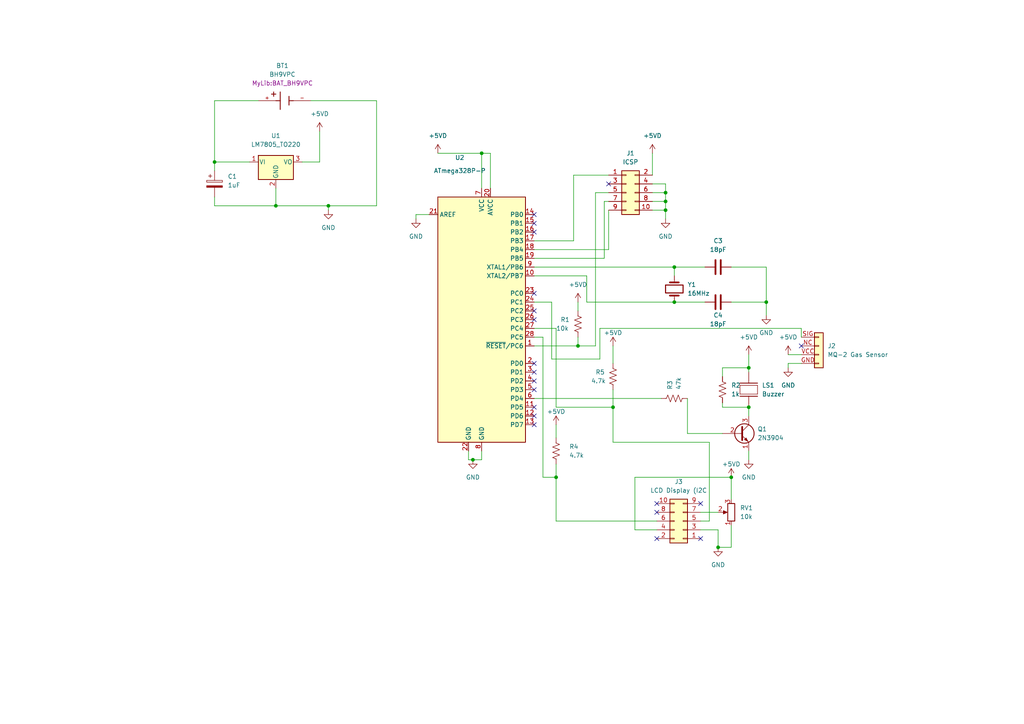
<source format=kicad_sch>
(kicad_sch (version 20211123) (generator eeschema)

  (uuid cf59023e-29d9-462b-915c-e7ab9680e211)

  (paper "A4")

  (title_block
    (title "Gas Leakage Detector")
    (date "2022-09-13")
    (rev "0")
    (company "NAIT")
    (comment 1 "Designer: Nubal Manhas")
    (comment 2 "Approval: Nubal Manhas")
  )

  (lib_symbols
    (symbol "BH9VPC:BH9VPC" (pin_names (offset 1.016) hide) (in_bom yes) (on_board yes)
      (property "Reference" "BT1" (id 0) (at -0.635 10.16 0)
        (effects (font (size 1.27 1.27)))
      )
      (property "Value" "BH9VPC" (id 1) (at -0.635 7.62 0)
        (effects (font (size 1.27 1.27)))
      )
      (property "Footprint" "MyLib:BAT_BH9VPC" (id 2) (at -0.635 5.08 0)
        (effects (font (size 1.27 1.27)))
      )
      (property "Datasheet" "" (id 3) (at 0 0 0)
        (effects (font (size 1.27 1.27)) (justify left bottom) hide)
      )
      (property "MAXIMUM_PACKAGE_HEIGHT" "20.62mm" (id 4) (at 5.08 2.54 0)
        (effects (font (size 1.27 1.27)) (justify left bottom) hide)
      )
      (property "MANUFACTURER" "MPD" (id 5) (at 0 0 0)
        (effects (font (size 1.27 1.27)) (justify left bottom) hide)
      )
      (property "PARTREV" "F" (id 6) (at 0 0 0)
        (effects (font (size 1.27 1.27)) (justify left bottom) hide)
      )
      (property "STANDARD" "Manufacturer Recommendations" (id 7) (at 0 0 0)
        (effects (font (size 1.27 1.27)) (justify left bottom) hide)
      )
      (property "ki_locked" "" (id 8) (at 0 0 0)
        (effects (font (size 1.27 1.27)))
      )
      (symbol "BH9VPC_0_0"
        (polyline
          (pts
            (xy -3.81 1.905)
            (xy -2.54 1.905)
          )
          (stroke (width 0.254) (type default) (color 0 0 0 0))
          (fill (type none))
        )
        (polyline
          (pts
            (xy -3.175 2.54)
            (xy -3.175 1.27)
          )
          (stroke (width 0.254) (type default) (color 0 0 0 0))
          (fill (type none))
        )
        (polyline
          (pts
            (xy -1.27 0)
            (xy -2.54 0)
          )
          (stroke (width 0.254) (type default) (color 0 0 0 0))
          (fill (type none))
        )
        (polyline
          (pts
            (xy -1.27 0)
            (xy -1.27 -2.54)
          )
          (stroke (width 0.254) (type default) (color 0 0 0 0))
          (fill (type none))
        )
        (polyline
          (pts
            (xy -1.27 2.54)
            (xy -1.27 0)
          )
          (stroke (width 0.254) (type default) (color 0 0 0 0))
          (fill (type none))
        )
        (polyline
          (pts
            (xy 1.27 0)
            (xy 1.27 -1.27)
          )
          (stroke (width 0.254) (type default) (color 0 0 0 0))
          (fill (type none))
        )
        (polyline
          (pts
            (xy 1.27 0)
            (xy 2.54 0)
          )
          (stroke (width 0.254) (type default) (color 0 0 0 0))
          (fill (type none))
        )
        (polyline
          (pts
            (xy 1.27 1.27)
            (xy 1.27 0)
          )
          (stroke (width 0.254) (type default) (color 0 0 0 0))
          (fill (type none))
        )
        (pin power_out line (at -7.62 0 0) (length 5.08)
          (name "~" (effects (font (size 1.016 1.016))))
          (number "+" (effects (font (size 1.016 1.016))))
        )
        (pin power_out line (at 7.62 0 180) (length 5.08)
          (name "~" (effects (font (size 1.016 1.016))))
          (number "-" (effects (font (size 1.016 1.016))))
        )
      )
    )
    (symbol "Connector_Generic:Conn_01x04" (pin_names (offset 1.016) hide) (in_bom yes) (on_board yes)
      (property "Reference" "J1" (id 0) (at 2.54 0.0001 0)
        (effects (font (size 1.27 1.27)) (justify left))
      )
      (property "Value" "MQ-2 Gas Sensor" (id 1) (at 2.54 -2.5399 0)
        (effects (font (size 1.27 1.27)) (justify left))
      )
      (property "Footprint" "Connector_PinHeader_1.00mm:PinHeader_1x04_P1.00mm_Vertical" (id 2) (at 0 6.35 0)
        (effects (font (size 1.27 1.27)) hide)
      )
      (property "Datasheet" "~" (id 3) (at 0 0 0)
        (effects (font (size 1.27 1.27)) hide)
      )
      (property "ki_keywords" "connector" (id 4) (at 0 0 0)
        (effects (font (size 1.27 1.27)) hide)
      )
      (property "ki_description" "Generic connector, single row, 01x04, script generated (kicad-library-utils/schlib/autogen/connector/)" (id 5) (at 0 0 0)
        (effects (font (size 1.27 1.27)) hide)
      )
      (property "ki_fp_filters" "Connector*:*_1x??_*" (id 6) (at 0 0 0)
        (effects (font (size 1.27 1.27)) hide)
      )
      (symbol "Conn_01x04_1_1"
        (rectangle (start -1.27 -4.953) (end 0 -5.207)
          (stroke (width 0.1524) (type default) (color 0 0 0 0))
          (fill (type none))
        )
        (rectangle (start -1.27 -2.413) (end 0 -2.667)
          (stroke (width 0.1524) (type default) (color 0 0 0 0))
          (fill (type none))
        )
        (rectangle (start -1.27 0.127) (end 0 -0.127)
          (stroke (width 0.1524) (type default) (color 0 0 0 0))
          (fill (type none))
        )
        (rectangle (start -1.27 2.667) (end 0 2.413)
          (stroke (width 0.1524) (type default) (color 0 0 0 0))
          (fill (type none))
        )
        (rectangle (start -1.27 3.81) (end 1.27 -6.35)
          (stroke (width 0.254) (type default) (color 0 0 0 0))
          (fill (type background))
        )
        (pin passive line (at -5.08 -5.08 0) (length 3.81)
          (name "Pin_4" (effects (font (size 1.27 1.27))))
          (number "GND" (effects (font (size 1.27 1.27))))
        )
        (pin passive line (at -5.08 0 0) (length 3.81)
          (name "Pin_2" (effects (font (size 1.27 1.27))))
          (number "NC" (effects (font (size 1.27 1.27))))
        )
        (pin passive line (at -5.08 2.54 0) (length 3.81)
          (name "Pin_1" (effects (font (size 1.27 1.27))))
          (number "SIG" (effects (font (size 1.27 1.27))))
        )
        (pin passive line (at -5.08 -2.54 0) (length 3.81)
          (name "Pin_3" (effects (font (size 1.27 1.27))))
          (number "VCC" (effects (font (size 1.27 1.27))))
        )
      )
    )
    (symbol "Connector_Generic:Conn_02x05_Odd_Even" (pin_names (offset 1.016) hide) (in_bom yes) (on_board yes)
      (property "Reference" "J" (id 0) (at 1.27 7.62 0)
        (effects (font (size 1.27 1.27)))
      )
      (property "Value" "Conn_02x05_Odd_Even" (id 1) (at 1.27 -7.62 0)
        (effects (font (size 1.27 1.27)))
      )
      (property "Footprint" "" (id 2) (at 0 0 0)
        (effects (font (size 1.27 1.27)) hide)
      )
      (property "Datasheet" "~" (id 3) (at 0 0 0)
        (effects (font (size 1.27 1.27)) hide)
      )
      (property "ki_keywords" "connector" (id 4) (at 0 0 0)
        (effects (font (size 1.27 1.27)) hide)
      )
      (property "ki_description" "Generic connector, double row, 02x05, odd/even pin numbering scheme (row 1 odd numbers, row 2 even numbers), script generated (kicad-library-utils/schlib/autogen/connector/)" (id 5) (at 0 0 0)
        (effects (font (size 1.27 1.27)) hide)
      )
      (property "ki_fp_filters" "Connector*:*_2x??_*" (id 6) (at 0 0 0)
        (effects (font (size 1.27 1.27)) hide)
      )
      (symbol "Conn_02x05_Odd_Even_1_1"
        (rectangle (start -1.27 -4.953) (end 0 -5.207)
          (stroke (width 0.1524) (type default) (color 0 0 0 0))
          (fill (type none))
        )
        (rectangle (start -1.27 -2.413) (end 0 -2.667)
          (stroke (width 0.1524) (type default) (color 0 0 0 0))
          (fill (type none))
        )
        (rectangle (start -1.27 0.127) (end 0 -0.127)
          (stroke (width 0.1524) (type default) (color 0 0 0 0))
          (fill (type none))
        )
        (rectangle (start -1.27 2.667) (end 0 2.413)
          (stroke (width 0.1524) (type default) (color 0 0 0 0))
          (fill (type none))
        )
        (rectangle (start -1.27 5.207) (end 0 4.953)
          (stroke (width 0.1524) (type default) (color 0 0 0 0))
          (fill (type none))
        )
        (rectangle (start -1.27 6.35) (end 3.81 -6.35)
          (stroke (width 0.254) (type default) (color 0 0 0 0))
          (fill (type background))
        )
        (rectangle (start 3.81 -4.953) (end 2.54 -5.207)
          (stroke (width 0.1524) (type default) (color 0 0 0 0))
          (fill (type none))
        )
        (rectangle (start 3.81 -2.413) (end 2.54 -2.667)
          (stroke (width 0.1524) (type default) (color 0 0 0 0))
          (fill (type none))
        )
        (rectangle (start 3.81 0.127) (end 2.54 -0.127)
          (stroke (width 0.1524) (type default) (color 0 0 0 0))
          (fill (type none))
        )
        (rectangle (start 3.81 2.667) (end 2.54 2.413)
          (stroke (width 0.1524) (type default) (color 0 0 0 0))
          (fill (type none))
        )
        (rectangle (start 3.81 5.207) (end 2.54 4.953)
          (stroke (width 0.1524) (type default) (color 0 0 0 0))
          (fill (type none))
        )
        (pin passive line (at -5.08 5.08 0) (length 3.81)
          (name "Pin_1" (effects (font (size 1.27 1.27))))
          (number "1" (effects (font (size 1.27 1.27))))
        )
        (pin passive line (at 7.62 -5.08 180) (length 3.81)
          (name "Pin_10" (effects (font (size 1.27 1.27))))
          (number "10" (effects (font (size 1.27 1.27))))
        )
        (pin passive line (at 7.62 5.08 180) (length 3.81)
          (name "Pin_2" (effects (font (size 1.27 1.27))))
          (number "2" (effects (font (size 1.27 1.27))))
        )
        (pin passive line (at -5.08 2.54 0) (length 3.81)
          (name "Pin_3" (effects (font (size 1.27 1.27))))
          (number "3" (effects (font (size 1.27 1.27))))
        )
        (pin passive line (at 7.62 2.54 180) (length 3.81)
          (name "Pin_4" (effects (font (size 1.27 1.27))))
          (number "4" (effects (font (size 1.27 1.27))))
        )
        (pin passive line (at -5.08 0 0) (length 3.81)
          (name "Pin_5" (effects (font (size 1.27 1.27))))
          (number "5" (effects (font (size 1.27 1.27))))
        )
        (pin passive line (at 7.62 0 180) (length 3.81)
          (name "Pin_6" (effects (font (size 1.27 1.27))))
          (number "6" (effects (font (size 1.27 1.27))))
        )
        (pin passive line (at -5.08 -2.54 0) (length 3.81)
          (name "Pin_7" (effects (font (size 1.27 1.27))))
          (number "7" (effects (font (size 1.27 1.27))))
        )
        (pin passive line (at 7.62 -2.54 180) (length 3.81)
          (name "Pin_8" (effects (font (size 1.27 1.27))))
          (number "8" (effects (font (size 1.27 1.27))))
        )
        (pin passive line (at -5.08 -5.08 0) (length 3.81)
          (name "Pin_9" (effects (font (size 1.27 1.27))))
          (number "9" (effects (font (size 1.27 1.27))))
        )
      )
    )
    (symbol "Device:C" (pin_numbers hide) (pin_names (offset 0.254)) (in_bom yes) (on_board yes)
      (property "Reference" "C" (id 0) (at 0.635 2.54 0)
        (effects (font (size 1.27 1.27)) (justify left))
      )
      (property "Value" "C" (id 1) (at 0.635 -2.54 0)
        (effects (font (size 1.27 1.27)) (justify left))
      )
      (property "Footprint" "" (id 2) (at 0.9652 -3.81 0)
        (effects (font (size 1.27 1.27)) hide)
      )
      (property "Datasheet" "~" (id 3) (at 0 0 0)
        (effects (font (size 1.27 1.27)) hide)
      )
      (property "ki_keywords" "cap capacitor" (id 4) (at 0 0 0)
        (effects (font (size 1.27 1.27)) hide)
      )
      (property "ki_description" "Unpolarized capacitor" (id 5) (at 0 0 0)
        (effects (font (size 1.27 1.27)) hide)
      )
      (property "ki_fp_filters" "C_*" (id 6) (at 0 0 0)
        (effects (font (size 1.27 1.27)) hide)
      )
      (symbol "C_0_1"
        (polyline
          (pts
            (xy -2.032 -0.762)
            (xy 2.032 -0.762)
          )
          (stroke (width 0.508) (type default) (color 0 0 0 0))
          (fill (type none))
        )
        (polyline
          (pts
            (xy -2.032 0.762)
            (xy 2.032 0.762)
          )
          (stroke (width 0.508) (type default) (color 0 0 0 0))
          (fill (type none))
        )
      )
      (symbol "C_1_1"
        (pin passive line (at 0 3.81 270) (length 2.794)
          (name "~" (effects (font (size 1.27 1.27))))
          (number "1" (effects (font (size 1.27 1.27))))
        )
        (pin passive line (at 0 -3.81 90) (length 2.794)
          (name "~" (effects (font (size 1.27 1.27))))
          (number "2" (effects (font (size 1.27 1.27))))
        )
      )
    )
    (symbol "Device:C_Polarized" (pin_numbers hide) (pin_names (offset 0.254)) (in_bom yes) (on_board yes)
      (property "Reference" "C" (id 0) (at 0.635 2.54 0)
        (effects (font (size 1.27 1.27)) (justify left))
      )
      (property "Value" "C_Polarized" (id 1) (at 0.635 -2.54 0)
        (effects (font (size 1.27 1.27)) (justify left))
      )
      (property "Footprint" "" (id 2) (at 0.9652 -3.81 0)
        (effects (font (size 1.27 1.27)) hide)
      )
      (property "Datasheet" "~" (id 3) (at 0 0 0)
        (effects (font (size 1.27 1.27)) hide)
      )
      (property "ki_keywords" "cap capacitor" (id 4) (at 0 0 0)
        (effects (font (size 1.27 1.27)) hide)
      )
      (property "ki_description" "Polarized capacitor" (id 5) (at 0 0 0)
        (effects (font (size 1.27 1.27)) hide)
      )
      (property "ki_fp_filters" "CP_*" (id 6) (at 0 0 0)
        (effects (font (size 1.27 1.27)) hide)
      )
      (symbol "C_Polarized_0_1"
        (rectangle (start -2.286 0.508) (end 2.286 1.016)
          (stroke (width 0) (type default) (color 0 0 0 0))
          (fill (type none))
        )
        (polyline
          (pts
            (xy -1.778 2.286)
            (xy -0.762 2.286)
          )
          (stroke (width 0) (type default) (color 0 0 0 0))
          (fill (type none))
        )
        (polyline
          (pts
            (xy -1.27 2.794)
            (xy -1.27 1.778)
          )
          (stroke (width 0) (type default) (color 0 0 0 0))
          (fill (type none))
        )
        (rectangle (start 2.286 -0.508) (end -2.286 -1.016)
          (stroke (width 0) (type default) (color 0 0 0 0))
          (fill (type outline))
        )
      )
      (symbol "C_Polarized_1_1"
        (pin passive line (at 0 3.81 270) (length 2.794)
          (name "~" (effects (font (size 1.27 1.27))))
          (number "1" (effects (font (size 1.27 1.27))))
        )
        (pin passive line (at 0 -3.81 90) (length 2.794)
          (name "~" (effects (font (size 1.27 1.27))))
          (number "2" (effects (font (size 1.27 1.27))))
        )
      )
    )
    (symbol "Device:Crystal" (pin_numbers hide) (pin_names (offset 1.016) hide) (in_bom yes) (on_board yes)
      (property "Reference" "Y" (id 0) (at 0 3.81 0)
        (effects (font (size 1.27 1.27)))
      )
      (property "Value" "Crystal" (id 1) (at 0 -3.81 0)
        (effects (font (size 1.27 1.27)))
      )
      (property "Footprint" "" (id 2) (at 0 0 0)
        (effects (font (size 1.27 1.27)) hide)
      )
      (property "Datasheet" "~" (id 3) (at 0 0 0)
        (effects (font (size 1.27 1.27)) hide)
      )
      (property "ki_keywords" "quartz ceramic resonator oscillator" (id 4) (at 0 0 0)
        (effects (font (size 1.27 1.27)) hide)
      )
      (property "ki_description" "Two pin crystal" (id 5) (at 0 0 0)
        (effects (font (size 1.27 1.27)) hide)
      )
      (property "ki_fp_filters" "Crystal*" (id 6) (at 0 0 0)
        (effects (font (size 1.27 1.27)) hide)
      )
      (symbol "Crystal_0_1"
        (rectangle (start -1.143 2.54) (end 1.143 -2.54)
          (stroke (width 0.3048) (type default) (color 0 0 0 0))
          (fill (type none))
        )
        (polyline
          (pts
            (xy -2.54 0)
            (xy -1.905 0)
          )
          (stroke (width 0) (type default) (color 0 0 0 0))
          (fill (type none))
        )
        (polyline
          (pts
            (xy -1.905 -1.27)
            (xy -1.905 1.27)
          )
          (stroke (width 0.508) (type default) (color 0 0 0 0))
          (fill (type none))
        )
        (polyline
          (pts
            (xy 1.905 -1.27)
            (xy 1.905 1.27)
          )
          (stroke (width 0.508) (type default) (color 0 0 0 0))
          (fill (type none))
        )
        (polyline
          (pts
            (xy 2.54 0)
            (xy 1.905 0)
          )
          (stroke (width 0) (type default) (color 0 0 0 0))
          (fill (type none))
        )
      )
      (symbol "Crystal_1_1"
        (pin passive line (at -3.81 0 0) (length 1.27)
          (name "1" (effects (font (size 1.27 1.27))))
          (number "1" (effects (font (size 1.27 1.27))))
        )
        (pin passive line (at 3.81 0 180) (length 1.27)
          (name "2" (effects (font (size 1.27 1.27))))
          (number "2" (effects (font (size 1.27 1.27))))
        )
      )
    )
    (symbol "Device:R_Potentiometer" (pin_names (offset 1.016) hide) (in_bom yes) (on_board yes)
      (property "Reference" "RV" (id 0) (at -4.445 0 90)
        (effects (font (size 1.27 1.27)))
      )
      (property "Value" "R_Potentiometer" (id 1) (at -2.54 0 90)
        (effects (font (size 1.27 1.27)))
      )
      (property "Footprint" "" (id 2) (at 0 0 0)
        (effects (font (size 1.27 1.27)) hide)
      )
      (property "Datasheet" "~" (id 3) (at 0 0 0)
        (effects (font (size 1.27 1.27)) hide)
      )
      (property "ki_keywords" "resistor variable" (id 4) (at 0 0 0)
        (effects (font (size 1.27 1.27)) hide)
      )
      (property "ki_description" "Potentiometer" (id 5) (at 0 0 0)
        (effects (font (size 1.27 1.27)) hide)
      )
      (property "ki_fp_filters" "Potentiometer*" (id 6) (at 0 0 0)
        (effects (font (size 1.27 1.27)) hide)
      )
      (symbol "R_Potentiometer_0_1"
        (polyline
          (pts
            (xy 2.54 0)
            (xy 1.524 0)
          )
          (stroke (width 0) (type default) (color 0 0 0 0))
          (fill (type none))
        )
        (polyline
          (pts
            (xy 1.143 0)
            (xy 2.286 0.508)
            (xy 2.286 -0.508)
            (xy 1.143 0)
          )
          (stroke (width 0) (type default) (color 0 0 0 0))
          (fill (type outline))
        )
        (rectangle (start 1.016 2.54) (end -1.016 -2.54)
          (stroke (width 0.254) (type default) (color 0 0 0 0))
          (fill (type none))
        )
      )
      (symbol "R_Potentiometer_1_1"
        (pin passive line (at 0 3.81 270) (length 1.27)
          (name "1" (effects (font (size 1.27 1.27))))
          (number "1" (effects (font (size 1.27 1.27))))
        )
        (pin passive line (at 3.81 0 180) (length 1.27)
          (name "2" (effects (font (size 1.27 1.27))))
          (number "2" (effects (font (size 1.27 1.27))))
        )
        (pin passive line (at 0 -3.81 90) (length 1.27)
          (name "3" (effects (font (size 1.27 1.27))))
          (number "3" (effects (font (size 1.27 1.27))))
        )
      )
    )
    (symbol "Device:R_US" (pin_numbers hide) (pin_names (offset 0)) (in_bom yes) (on_board yes)
      (property "Reference" "R" (id 0) (at 2.54 0 90)
        (effects (font (size 1.27 1.27)))
      )
      (property "Value" "R_US" (id 1) (at -2.54 0 90)
        (effects (font (size 1.27 1.27)))
      )
      (property "Footprint" "" (id 2) (at 1.016 -0.254 90)
        (effects (font (size 1.27 1.27)) hide)
      )
      (property "Datasheet" "~" (id 3) (at 0 0 0)
        (effects (font (size 1.27 1.27)) hide)
      )
      (property "ki_keywords" "R res resistor" (id 4) (at 0 0 0)
        (effects (font (size 1.27 1.27)) hide)
      )
      (property "ki_description" "Resistor, US symbol" (id 5) (at 0 0 0)
        (effects (font (size 1.27 1.27)) hide)
      )
      (property "ki_fp_filters" "R_*" (id 6) (at 0 0 0)
        (effects (font (size 1.27 1.27)) hide)
      )
      (symbol "R_US_0_1"
        (polyline
          (pts
            (xy 0 -2.286)
            (xy 0 -2.54)
          )
          (stroke (width 0) (type default) (color 0 0 0 0))
          (fill (type none))
        )
        (polyline
          (pts
            (xy 0 2.286)
            (xy 0 2.54)
          )
          (stroke (width 0) (type default) (color 0 0 0 0))
          (fill (type none))
        )
        (polyline
          (pts
            (xy 0 -0.762)
            (xy 1.016 -1.143)
            (xy 0 -1.524)
            (xy -1.016 -1.905)
            (xy 0 -2.286)
          )
          (stroke (width 0) (type default) (color 0 0 0 0))
          (fill (type none))
        )
        (polyline
          (pts
            (xy 0 0.762)
            (xy 1.016 0.381)
            (xy 0 0)
            (xy -1.016 -0.381)
            (xy 0 -0.762)
          )
          (stroke (width 0) (type default) (color 0 0 0 0))
          (fill (type none))
        )
        (polyline
          (pts
            (xy 0 2.286)
            (xy 1.016 1.905)
            (xy 0 1.524)
            (xy -1.016 1.143)
            (xy 0 0.762)
          )
          (stroke (width 0) (type default) (color 0 0 0 0))
          (fill (type none))
        )
      )
      (symbol "R_US_1_1"
        (pin passive line (at 0 3.81 270) (length 1.27)
          (name "~" (effects (font (size 1.27 1.27))))
          (number "1" (effects (font (size 1.27 1.27))))
        )
        (pin passive line (at 0 -3.81 90) (length 1.27)
          (name "~" (effects (font (size 1.27 1.27))))
          (number "2" (effects (font (size 1.27 1.27))))
        )
      )
    )
    (symbol "MCU_Microchip_ATmega:ATmega328P-P" (in_bom yes) (on_board yes)
      (property "Reference" "U?" (id 0) (at -21.59 34.8107 0)
        (effects (font (size 1.27 1.27)))
      )
      (property "Value" "ATmega328P-P" (id 1) (at -21.59 32.2707 0)
        (effects (font (size 1.27 1.27)))
      )
      (property "Footprint" "Package_DIP:DIP-28_W7.62mm" (id 2) (at 0 0 0)
        (effects (font (size 1.27 1.27) italic) hide)
      )
      (property "Datasheet" "http://ww1.microchip.com/downloads/en/DeviceDoc/ATmega328_P%20AVR%20MCU%20with%20picoPower%20Technology%20Data%20Sheet%2040001984A.pdf" (id 3) (at 0 0 0)
        (effects (font (size 1.27 1.27)) hide)
      )
      (property "ki_keywords" "AVR 8bit Microcontroller MegaAVR PicoPower" (id 4) (at 0 0 0)
        (effects (font (size 1.27 1.27)) hide)
      )
      (property "ki_description" "20MHz, 32kB Flash, 2kB SRAM, 1kB EEPROM, DIP-28" (id 5) (at 0 0 0)
        (effects (font (size 1.27 1.27)) hide)
      )
      (property "ki_fp_filters" "DIP*W7.62mm*" (id 6) (at 0 0 0)
        (effects (font (size 1.27 1.27)) hide)
      )
      (symbol "ATmega328P-P_0_1"
        (rectangle (start -12.7 -35.56) (end 12.7 35.56)
          (stroke (width 0.254) (type default) (color 0 0 0 0))
          (fill (type background))
        )
      )
      (symbol "ATmega328P-P_1_1"
        (pin bidirectional line (at 15.24 -7.62 180) (length 2.54)
          (name "~{RESET}/PC6" (effects (font (size 1.27 1.27))))
          (number "1" (effects (font (size 1.27 1.27))))
        )
        (pin bidirectional line (at 15.24 12.7 180) (length 2.54)
          (name "XTAL2/PB7" (effects (font (size 1.27 1.27))))
          (number "10" (effects (font (size 1.27 1.27))))
        )
        (pin bidirectional line (at 15.24 -25.4 180) (length 2.54)
          (name "PD5" (effects (font (size 1.27 1.27))))
          (number "11" (effects (font (size 1.27 1.27))))
        )
        (pin bidirectional line (at 15.24 -27.94 180) (length 2.54)
          (name "PD6" (effects (font (size 1.27 1.27))))
          (number "12" (effects (font (size 1.27 1.27))))
        )
        (pin bidirectional line (at 15.24 -30.48 180) (length 2.54)
          (name "PD7" (effects (font (size 1.27 1.27))))
          (number "13" (effects (font (size 1.27 1.27))))
        )
        (pin bidirectional line (at 15.24 30.48 180) (length 2.54)
          (name "PB0" (effects (font (size 1.27 1.27))))
          (number "14" (effects (font (size 1.27 1.27))))
        )
        (pin bidirectional line (at 15.24 27.94 180) (length 2.54)
          (name "PB1" (effects (font (size 1.27 1.27))))
          (number "15" (effects (font (size 1.27 1.27))))
        )
        (pin bidirectional line (at 15.24 25.4 180) (length 2.54)
          (name "PB2" (effects (font (size 1.27 1.27))))
          (number "16" (effects (font (size 1.27 1.27))))
        )
        (pin bidirectional line (at 15.24 22.86 180) (length 2.54)
          (name "PB3" (effects (font (size 1.27 1.27))))
          (number "17" (effects (font (size 1.27 1.27))))
        )
        (pin bidirectional line (at 15.24 20.32 180) (length 2.54)
          (name "PB4" (effects (font (size 1.27 1.27))))
          (number "18" (effects (font (size 1.27 1.27))))
        )
        (pin bidirectional line (at 15.24 17.78 180) (length 2.54)
          (name "PB5" (effects (font (size 1.27 1.27))))
          (number "19" (effects (font (size 1.27 1.27))))
        )
        (pin bidirectional line (at 15.24 -12.7 180) (length 2.54)
          (name "PD0" (effects (font (size 1.27 1.27))))
          (number "2" (effects (font (size 1.27 1.27))))
        )
        (pin power_in line (at 2.54 38.1 270) (length 2.54)
          (name "AVCC" (effects (font (size 1.27 1.27))))
          (number "20" (effects (font (size 1.27 1.27))))
        )
        (pin passive line (at -15.24 30.48 0) (length 2.54)
          (name "AREF" (effects (font (size 1.27 1.27))))
          (number "21" (effects (font (size 1.27 1.27))))
        )
        (pin passive line (at -3.81 -38.1 90) (length 2.54)
          (name "GND" (effects (font (size 1.27 1.27))))
          (number "22" (effects (font (size 1.27 1.27))))
        )
        (pin bidirectional line (at 15.24 7.62 180) (length 2.54)
          (name "PC0" (effects (font (size 1.27 1.27))))
          (number "23" (effects (font (size 1.27 1.27))))
        )
        (pin bidirectional line (at 15.24 5.08 180) (length 2.54)
          (name "PC1" (effects (font (size 1.27 1.27))))
          (number "24" (effects (font (size 1.27 1.27))))
        )
        (pin bidirectional line (at 15.24 2.54 180) (length 2.54)
          (name "PC2" (effects (font (size 1.27 1.27))))
          (number "25" (effects (font (size 1.27 1.27))))
        )
        (pin bidirectional line (at 15.24 0 180) (length 2.54)
          (name "PC3" (effects (font (size 1.27 1.27))))
          (number "26" (effects (font (size 1.27 1.27))))
        )
        (pin bidirectional line (at 15.24 -2.54 180) (length 2.54)
          (name "PC4" (effects (font (size 1.27 1.27))))
          (number "27" (effects (font (size 1.27 1.27))))
        )
        (pin bidirectional line (at 15.24 -5.08 180) (length 2.54)
          (name "PC5" (effects (font (size 1.27 1.27))))
          (number "28" (effects (font (size 1.27 1.27))))
        )
        (pin bidirectional line (at 15.24 -15.24 180) (length 2.54)
          (name "PD1" (effects (font (size 1.27 1.27))))
          (number "3" (effects (font (size 1.27 1.27))))
        )
        (pin bidirectional line (at 15.24 -17.78 180) (length 2.54)
          (name "PD2" (effects (font (size 1.27 1.27))))
          (number "4" (effects (font (size 1.27 1.27))))
        )
        (pin bidirectional line (at 15.24 -20.32 180) (length 2.54)
          (name "PD3" (effects (font (size 1.27 1.27))))
          (number "5" (effects (font (size 1.27 1.27))))
        )
        (pin bidirectional line (at 15.24 -22.86 180) (length 2.54)
          (name "PD4" (effects (font (size 1.27 1.27))))
          (number "6" (effects (font (size 1.27 1.27))))
        )
        (pin power_in line (at 0 38.1 270) (length 2.54)
          (name "VCC" (effects (font (size 1.27 1.27))))
          (number "7" (effects (font (size 1.27 1.27))))
        )
        (pin power_in line (at 0 -38.1 90) (length 2.54)
          (name "GND" (effects (font (size 1.27 1.27))))
          (number "8" (effects (font (size 1.27 1.27))))
        )
        (pin bidirectional line (at 15.24 15.24 180) (length 2.54)
          (name "XTAL1/PB6" (effects (font (size 1.27 1.27))))
          (number "9" (effects (font (size 1.27 1.27))))
        )
      )
    )
    (symbol "PS1240P02BT:PS1240P02BT" (pin_numbers hide) (pin_names (offset 1.016) hide) (in_bom yes) (on_board yes)
      (property "Reference" "LS" (id 0) (at -3.81 3.81 0)
        (effects (font (size 1.27 1.27)) (justify left bottom))
      )
      (property "Value" "PS1240P02BT" (id 1) (at -3.81 -5.08 0)
        (effects (font (size 1.27 1.27)) (justify left bottom))
      )
      (property "Footprint" "XDCR_PS1240P02BT" (id 2) (at 0 0 0)
        (effects (font (size 1.27 1.27)) (justify left bottom) hide)
      )
      (property "Datasheet" "" (id 3) (at 0 0 0)
        (effects (font (size 1.27 1.27)) (justify left bottom) hide)
      )
      (property "MP" "PS1240P02CT3" (id 4) (at 0 0 0)
        (effects (font (size 1.27 1.27)) (justify left bottom) hide)
      )
      (property "PACKAGE" "SIP-5 TDK" (id 5) (at 0 0 0)
        (effects (font (size 1.27 1.27)) (justify left bottom) hide)
      )
      (property "MAXIMUM_PACKAGE_HEIGHT" "7.0mm" (id 6) (at 0 0 0)
        (effects (font (size 1.27 1.27)) (justify left bottom) hide)
      )
      (property "MF" "TDK" (id 7) (at 0 0 0)
        (effects (font (size 1.27 1.27)) (justify left bottom) hide)
      )
      (property "PRICE" "None" (id 8) (at 0 0 0)
        (effects (font (size 1.27 1.27)) (justify left bottom) hide)
      )
      (property "DESCRIPTION" "Buzzers Transducer, Externally Driven Piezo 3V 4kHz 60dB @ 3V, 10cm Through Hole PC Pins" (id 9) (at 0 0 0)
        (effects (font (size 1.27 1.27)) (justify left bottom) hide)
      )
      (property "AVAILABILITY" "Unavailable" (id 10) (at 0 0 0)
        (effects (font (size 1.27 1.27)) (justify left bottom) hide)
      )
      (property "ki_locked" "" (id 11) (at 0 0 0)
        (effects (font (size 1.27 1.27)))
      )
      (symbol "PS1240P02BT_0_0"
        (polyline
          (pts
            (xy -2.54 0)
            (xy -1.905 0)
          )
          (stroke (width 0.1524) (type default) (color 0 0 0 0))
          (fill (type none))
        )
        (polyline
          (pts
            (xy -1.905 -2.54)
            (xy -1.905 0)
          )
          (stroke (width 0.254) (type default) (color 0 0 0 0))
          (fill (type none))
        )
        (polyline
          (pts
            (xy -1.905 0)
            (xy -1.905 2.54)
          )
          (stroke (width 0.254) (type default) (color 0 0 0 0))
          (fill (type none))
        )
        (polyline
          (pts
            (xy -1.27 -2.54)
            (xy 1.27 -2.54)
          )
          (stroke (width 0.1524) (type default) (color 0 0 0 0))
          (fill (type none))
        )
        (polyline
          (pts
            (xy -1.27 2.54)
            (xy -1.27 -2.54)
          )
          (stroke (width 0.1524) (type default) (color 0 0 0 0))
          (fill (type none))
        )
        (polyline
          (pts
            (xy 1.27 -2.54)
            (xy 1.27 2.54)
          )
          (stroke (width 0.1524) (type default) (color 0 0 0 0))
          (fill (type none))
        )
        (polyline
          (pts
            (xy 1.27 2.54)
            (xy -1.27 2.54)
          )
          (stroke (width 0.1524) (type default) (color 0 0 0 0))
          (fill (type none))
        )
        (polyline
          (pts
            (xy 1.905 0)
            (xy 1.905 -2.54)
          )
          (stroke (width 0.254) (type default) (color 0 0 0 0))
          (fill (type none))
        )
        (polyline
          (pts
            (xy 1.905 0)
            (xy 2.54 0)
          )
          (stroke (width 0.1524) (type default) (color 0 0 0 0))
          (fill (type none))
        )
        (polyline
          (pts
            (xy 1.905 2.54)
            (xy 1.905 0)
          )
          (stroke (width 0.254) (type default) (color 0 0 0 0))
          (fill (type none))
        )
        (pin passive line (at -5.08 0 0) (length 2.54)
          (name "~" (effects (font (size 1.016 1.016))))
          (number "1" (effects (font (size 1.016 1.016))))
        )
        (pin passive line (at 5.08 0 180) (length 2.54)
          (name "~" (effects (font (size 1.016 1.016))))
          (number "2" (effects (font (size 1.016 1.016))))
        )
      )
    )
    (symbol "Regulator_Linear:LM7805_TO220" (pin_names (offset 0.254)) (in_bom yes) (on_board yes)
      (property "Reference" "U" (id 0) (at -3.81 3.175 0)
        (effects (font (size 1.27 1.27)))
      )
      (property "Value" "LM7805_TO220" (id 1) (at 0 3.175 0)
        (effects (font (size 1.27 1.27)) (justify left))
      )
      (property "Footprint" "Package_TO_SOT_THT:TO-220-3_Vertical" (id 2) (at 0 5.715 0)
        (effects (font (size 1.27 1.27) italic) hide)
      )
      (property "Datasheet" "https://www.onsemi.cn/PowerSolutions/document/MC7800-D.PDF" (id 3) (at 0 -1.27 0)
        (effects (font (size 1.27 1.27)) hide)
      )
      (property "ki_keywords" "Voltage Regulator 1A Positive" (id 4) (at 0 0 0)
        (effects (font (size 1.27 1.27)) hide)
      )
      (property "ki_description" "Positive 1A 35V Linear Regulator, Fixed Output 5V, TO-220" (id 5) (at 0 0 0)
        (effects (font (size 1.27 1.27)) hide)
      )
      (property "ki_fp_filters" "TO?220*" (id 6) (at 0 0 0)
        (effects (font (size 1.27 1.27)) hide)
      )
      (symbol "LM7805_TO220_0_1"
        (rectangle (start -5.08 1.905) (end 5.08 -5.08)
          (stroke (width 0.254) (type default) (color 0 0 0 0))
          (fill (type background))
        )
      )
      (symbol "LM7805_TO220_1_1"
        (pin power_in line (at -7.62 0 0) (length 2.54)
          (name "VI" (effects (font (size 1.27 1.27))))
          (number "1" (effects (font (size 1.27 1.27))))
        )
        (pin power_in line (at 0 -7.62 90) (length 2.54)
          (name "GND" (effects (font (size 1.27 1.27))))
          (number "2" (effects (font (size 1.27 1.27))))
        )
        (pin power_out line (at 7.62 0 180) (length 2.54)
          (name "VO" (effects (font (size 1.27 1.27))))
          (number "3" (effects (font (size 1.27 1.27))))
        )
      )
    )
    (symbol "Transistor_BJT:2N3904" (pin_names (offset 0) hide) (in_bom yes) (on_board yes)
      (property "Reference" "Q" (id 0) (at 5.08 1.905 0)
        (effects (font (size 1.27 1.27)) (justify left))
      )
      (property "Value" "2N3904" (id 1) (at 5.08 0 0)
        (effects (font (size 1.27 1.27)) (justify left))
      )
      (property "Footprint" "Package_TO_SOT_THT:TO-92_Inline" (id 2) (at 5.08 -1.905 0)
        (effects (font (size 1.27 1.27) italic) (justify left) hide)
      )
      (property "Datasheet" "https://www.onsemi.com/pub/Collateral/2N3903-D.PDF" (id 3) (at 0 0 0)
        (effects (font (size 1.27 1.27)) (justify left) hide)
      )
      (property "ki_keywords" "NPN Transistor" (id 4) (at 0 0 0)
        (effects (font (size 1.27 1.27)) hide)
      )
      (property "ki_description" "0.2A Ic, 40V Vce, Small Signal NPN Transistor, TO-92" (id 5) (at 0 0 0)
        (effects (font (size 1.27 1.27)) hide)
      )
      (property "ki_fp_filters" "TO?92*" (id 6) (at 0 0 0)
        (effects (font (size 1.27 1.27)) hide)
      )
      (symbol "2N3904_0_1"
        (polyline
          (pts
            (xy 0.635 0.635)
            (xy 2.54 2.54)
          )
          (stroke (width 0) (type default) (color 0 0 0 0))
          (fill (type none))
        )
        (polyline
          (pts
            (xy 0.635 -0.635)
            (xy 2.54 -2.54)
            (xy 2.54 -2.54)
          )
          (stroke (width 0) (type default) (color 0 0 0 0))
          (fill (type none))
        )
        (polyline
          (pts
            (xy 0.635 1.905)
            (xy 0.635 -1.905)
            (xy 0.635 -1.905)
          )
          (stroke (width 0.508) (type default) (color 0 0 0 0))
          (fill (type none))
        )
        (polyline
          (pts
            (xy 1.27 -1.778)
            (xy 1.778 -1.27)
            (xy 2.286 -2.286)
            (xy 1.27 -1.778)
            (xy 1.27 -1.778)
          )
          (stroke (width 0) (type default) (color 0 0 0 0))
          (fill (type outline))
        )
        (circle (center 1.27 0) (radius 2.8194)
          (stroke (width 0.254) (type default) (color 0 0 0 0))
          (fill (type none))
        )
      )
      (symbol "2N3904_1_1"
        (pin passive line (at 2.54 -5.08 90) (length 2.54)
          (name "E" (effects (font (size 1.27 1.27))))
          (number "1" (effects (font (size 1.27 1.27))))
        )
        (pin passive line (at -5.08 0 0) (length 5.715)
          (name "B" (effects (font (size 1.27 1.27))))
          (number "2" (effects (font (size 1.27 1.27))))
        )
        (pin passive line (at 2.54 5.08 270) (length 2.54)
          (name "C" (effects (font (size 1.27 1.27))))
          (number "3" (effects (font (size 1.27 1.27))))
        )
      )
    )
    (symbol "power:+5VD" (power) (pin_names (offset 0)) (in_bom yes) (on_board yes)
      (property "Reference" "#PWR" (id 0) (at 0 -3.81 0)
        (effects (font (size 1.27 1.27)) hide)
      )
      (property "Value" "+5VD" (id 1) (at 0 3.556 0)
        (effects (font (size 1.27 1.27)))
      )
      (property "Footprint" "" (id 2) (at 0 0 0)
        (effects (font (size 1.27 1.27)) hide)
      )
      (property "Datasheet" "" (id 3) (at 0 0 0)
        (effects (font (size 1.27 1.27)) hide)
      )
      (property "ki_keywords" "power-flag" (id 4) (at 0 0 0)
        (effects (font (size 1.27 1.27)) hide)
      )
      (property "ki_description" "Power symbol creates a global label with name \"+5VD\"" (id 5) (at 0 0 0)
        (effects (font (size 1.27 1.27)) hide)
      )
      (symbol "+5VD_0_1"
        (polyline
          (pts
            (xy -0.762 1.27)
            (xy 0 2.54)
          )
          (stroke (width 0) (type default) (color 0 0 0 0))
          (fill (type none))
        )
        (polyline
          (pts
            (xy 0 0)
            (xy 0 2.54)
          )
          (stroke (width 0) (type default) (color 0 0 0 0))
          (fill (type none))
        )
        (polyline
          (pts
            (xy 0 2.54)
            (xy 0.762 1.27)
          )
          (stroke (width 0) (type default) (color 0 0 0 0))
          (fill (type none))
        )
      )
      (symbol "+5VD_1_1"
        (pin power_in line (at 0 0 90) (length 0) hide
          (name "+5VD" (effects (font (size 1.27 1.27))))
          (number "1" (effects (font (size 1.27 1.27))))
        )
      )
    )
    (symbol "power:GND" (power) (pin_names (offset 0)) (in_bom yes) (on_board yes)
      (property "Reference" "#PWR" (id 0) (at 0 -6.35 0)
        (effects (font (size 1.27 1.27)) hide)
      )
      (property "Value" "GND" (id 1) (at 0 -3.81 0)
        (effects (font (size 1.27 1.27)))
      )
      (property "Footprint" "" (id 2) (at 0 0 0)
        (effects (font (size 1.27 1.27)) hide)
      )
      (property "Datasheet" "" (id 3) (at 0 0 0)
        (effects (font (size 1.27 1.27)) hide)
      )
      (property "ki_keywords" "power-flag" (id 4) (at 0 0 0)
        (effects (font (size 1.27 1.27)) hide)
      )
      (property "ki_description" "Power symbol creates a global label with name \"GND\" , ground" (id 5) (at 0 0 0)
        (effects (font (size 1.27 1.27)) hide)
      )
      (symbol "GND_0_1"
        (polyline
          (pts
            (xy 0 0)
            (xy 0 -1.27)
            (xy 1.27 -1.27)
            (xy 0 -2.54)
            (xy -1.27 -1.27)
            (xy 0 -1.27)
          )
          (stroke (width 0) (type default) (color 0 0 0 0))
          (fill (type none))
        )
      )
      (symbol "GND_1_1"
        (pin power_in line (at 0 0 270) (length 0) hide
          (name "GND" (effects (font (size 1.27 1.27))))
          (number "1" (effects (font (size 1.27 1.27))))
        )
      )
    )
  )


  (junction (at 161.29 138.43) (diameter 0) (color 0 0 0 0)
    (uuid 0535059f-57db-496c-be79-a525a7da9620)
  )
  (junction (at 193.04 60.96) (diameter 0) (color 0 0 0 0)
    (uuid 50c6815c-8c1f-4e85-8897-7d0091e40e1b)
  )
  (junction (at 212.09 138.43) (diameter 0) (color 0 0 0 0)
    (uuid 561036a7-d1f6-49b5-9766-a6c90a644678)
  )
  (junction (at 217.17 118.11) (diameter 0) (color 0 0 0 0)
    (uuid 6107bea0-aeb6-484f-bec5-0324e269f044)
  )
  (junction (at 95.25 59.69) (diameter 0) (color 0 0 0 0)
    (uuid 61413c32-7323-4aca-98d2-cc0db09baaf5)
  )
  (junction (at 139.7 44.45) (diameter 0) (color 0 0 0 0)
    (uuid 6a60f002-17a2-4dc2-8d73-2e7a1ade36dc)
  )
  (junction (at 195.58 77.47) (diameter 0) (color 0 0 0 0)
    (uuid 6b40a9e0-c852-4d91-909a-2f04d57649ad)
  )
  (junction (at 208.28 158.75) (diameter 0) (color 0 0 0 0)
    (uuid 756e643c-b218-4edf-b6ad-13941164e6fc)
  )
  (junction (at 62.23 46.99) (diameter 0) (color 0 0 0 0)
    (uuid 7c5e6199-bf00-48e4-ac71-115ea0f4734a)
  )
  (junction (at 193.04 55.88) (diameter 0) (color 0 0 0 0)
    (uuid 852dee41-f92d-4189-968e-6b2f7775d0a3)
  )
  (junction (at 80.01 59.69) (diameter 0) (color 0 0 0 0)
    (uuid a5fb4546-a931-4b42-b30e-952f63ddc536)
  )
  (junction (at 193.04 58.42) (diameter 0) (color 0 0 0 0)
    (uuid afac1a0c-daeb-4a9f-950a-28ee309b4d1e)
  )
  (junction (at 217.17 106.68) (diameter 0) (color 0 0 0 0)
    (uuid b560ef4c-0fdb-4cec-a940-6cd55dbebed4)
  )
  (junction (at 222.25 87.63) (diameter 0) (color 0 0 0 0)
    (uuid bcdfb9d7-f140-4d2d-8636-44393be28409)
  )
  (junction (at 137.16 133.35) (diameter 0) (color 0 0 0 0)
    (uuid ce14d4b9-995e-45ae-90a9-9533f67d8791)
  )
  (junction (at 195.58 87.63) (diameter 0) (color 0 0 0 0)
    (uuid deb50277-37f8-4ece-8682-3a3b8d4531fd)
  )
  (junction (at 167.64 100.33) (diameter 0) (color 0 0 0 0)
    (uuid ea481399-55e2-4583-a9ef-e8e5018a9101)
  )
  (junction (at 177.8 118.11) (diameter 0) (color 0 0 0 0)
    (uuid ffef25b2-f74b-4d06-82c0-9ebf9617ba15)
  )

  (no_connect (at 203.2 156.21) (uuid 4c1d81f2-8291-47a7-86b5-9db49c42e314))
  (no_connect (at 190.5 156.21) (uuid 4c1d81f2-8291-47a7-86b5-9db49c42e315))
  (no_connect (at 190.5 146.05) (uuid 4c1d81f2-8291-47a7-86b5-9db49c42e316))
  (no_connect (at 190.5 148.59) (uuid 4c1d81f2-8291-47a7-86b5-9db49c42e317))
  (no_connect (at 203.2 146.05) (uuid 513ccc0b-0340-43d2-8a8d-c477951c8449))
  (no_connect (at 154.94 62.23) (uuid 60c1571f-b455-4337-8909-4668bf4453d8))
  (no_connect (at 154.94 64.77) (uuid 60c1571f-b455-4337-8909-4668bf4453d9))
  (no_connect (at 154.94 67.31) (uuid 60c1571f-b455-4337-8909-4668bf4453da))
  (no_connect (at 154.94 92.71) (uuid 60c1571f-b455-4337-8909-4668bf4453db))
  (no_connect (at 154.94 90.17) (uuid 60c1571f-b455-4337-8909-4668bf4453dc))
  (no_connect (at 176.53 53.34) (uuid 6a4a48ca-9609-46c6-ae00-04c1195c1eb3))
  (no_connect (at 232.41 100.33) (uuid a2f4f705-ef67-4b8d-8836-aaf4c20f6cf6))
  (no_connect (at 154.94 105.41) (uuid e2cc6312-eab0-461a-8575-58dc4882a41d))
  (no_connect (at 154.94 107.95) (uuid e2cc6312-eab0-461a-8575-58dc4882a41e))
  (no_connect (at 154.94 110.49) (uuid e2cc6312-eab0-461a-8575-58dc4882a41f))
  (no_connect (at 154.94 123.19) (uuid e2cc6312-eab0-461a-8575-58dc4882a420))
  (no_connect (at 154.94 120.65) (uuid e2cc6312-eab0-461a-8575-58dc4882a421))
  (no_connect (at 154.94 113.03) (uuid e2cc6312-eab0-461a-8575-58dc4882a422))
  (no_connect (at 154.94 118.11) (uuid e2cc6312-eab0-461a-8575-58dc4882a423))
  (no_connect (at 154.94 85.09) (uuid e2cc6312-eab0-461a-8575-58dc4882a424))

  (wire (pts (xy 222.25 87.63) (xy 212.09 87.63))
    (stroke (width 0) (type default) (color 0 0 0 0))
    (uuid 00ba985c-ca4f-4e32-9b0f-2dac47d550b0)
  )
  (wire (pts (xy 199.39 115.57) (xy 199.39 125.73))
    (stroke (width 0) (type default) (color 0 0 0 0))
    (uuid 04343778-baeb-481b-a167-9f8446378d48)
  )
  (wire (pts (xy 205.74 151.13) (xy 205.74 128.27))
    (stroke (width 0) (type default) (color 0 0 0 0))
    (uuid 04a78ca3-b038-4253-9d81-6e2f903cef0c)
  )
  (wire (pts (xy 195.58 80.01) (xy 195.58 77.47))
    (stroke (width 0) (type default) (color 0 0 0 0))
    (uuid 059157b9-3808-4e2b-b247-771d55e4ab06)
  )
  (wire (pts (xy 176.53 50.8) (xy 166.37 50.8))
    (stroke (width 0) (type default) (color 0 0 0 0))
    (uuid 05b37211-3943-4935-82f8-a5f9b800c991)
  )
  (wire (pts (xy 161.29 134.62) (xy 161.29 138.43))
    (stroke (width 0) (type default) (color 0 0 0 0))
    (uuid 05d4d283-b8fe-42e0-9529-6306018290cc)
  )
  (wire (pts (xy 62.23 46.99) (xy 62.23 49.53))
    (stroke (width 0) (type default) (color 0 0 0 0))
    (uuid 0a4b179b-81b9-4201-bf68-50a1d57550c6)
  )
  (wire (pts (xy 217.17 106.68) (xy 217.17 107.95))
    (stroke (width 0) (type default) (color 0 0 0 0))
    (uuid 0a6bf1dd-7252-4e60-a985-eb24478ffcab)
  )
  (wire (pts (xy 167.64 100.33) (xy 172.72 100.33))
    (stroke (width 0) (type default) (color 0 0 0 0))
    (uuid 0af4407f-dc36-4f4d-bb02-f14b14577602)
  )
  (wire (pts (xy 195.58 87.63) (xy 204.47 87.63))
    (stroke (width 0) (type default) (color 0 0 0 0))
    (uuid 0c846dc7-2a5b-459a-b44c-8293397e0394)
  )
  (wire (pts (xy 232.41 95.25) (xy 173.99 95.25))
    (stroke (width 0) (type default) (color 0 0 0 0))
    (uuid 12631531-9e1e-4a79-bdf2-b48284de8031)
  )
  (wire (pts (xy 161.29 151.13) (xy 161.29 138.43))
    (stroke (width 0) (type default) (color 0 0 0 0))
    (uuid 140cbdaf-a572-4e3a-aba5-42b4a5d68e6e)
  )
  (wire (pts (xy 208.28 153.67) (xy 208.28 158.75))
    (stroke (width 0) (type default) (color 0 0 0 0))
    (uuid 15b7894f-eabd-47dd-88a7-193f31f18cc0)
  )
  (wire (pts (xy 212.09 138.43) (xy 212.09 144.78))
    (stroke (width 0) (type default) (color 0 0 0 0))
    (uuid 16714273-e23d-491f-b811-cbd24a6d338e)
  )
  (wire (pts (xy 154.94 74.93) (xy 175.26 74.93))
    (stroke (width 0) (type default) (color 0 0 0 0))
    (uuid 190d029e-58be-45ae-a129-0c1413e84e61)
  )
  (wire (pts (xy 232.41 95.25) (xy 232.41 97.79))
    (stroke (width 0) (type default) (color 0 0 0 0))
    (uuid 1b1c85ac-8a07-49e6-aeb9-e69318ed0252)
  )
  (wire (pts (xy 189.23 58.42) (xy 193.04 58.42))
    (stroke (width 0) (type default) (color 0 0 0 0))
    (uuid 1fb6f267-85e5-49b4-8bdb-81d22d76cb33)
  )
  (wire (pts (xy 190.5 151.13) (xy 161.29 151.13))
    (stroke (width 0) (type default) (color 0 0 0 0))
    (uuid 211ce717-8bf9-4e1b-acc2-72acaa2c5989)
  )
  (wire (pts (xy 195.58 77.47) (xy 204.47 77.47))
    (stroke (width 0) (type default) (color 0 0 0 0))
    (uuid 2147bf3f-aef2-419f-a78a-94c26234e6e0)
  )
  (wire (pts (xy 166.37 69.85) (xy 154.94 69.85))
    (stroke (width 0) (type default) (color 0 0 0 0))
    (uuid 2148b433-132a-42b1-96bd-d0807803e562)
  )
  (wire (pts (xy 157.48 138.43) (xy 157.48 97.79))
    (stroke (width 0) (type default) (color 0 0 0 0))
    (uuid 24ea6c4b-df90-4033-8012-139ce28a513b)
  )
  (wire (pts (xy 205.74 128.27) (xy 177.8 128.27))
    (stroke (width 0) (type default) (color 0 0 0 0))
    (uuid 257d634f-6c26-476c-a69b-2110f3295ad8)
  )
  (wire (pts (xy 166.37 50.8) (xy 166.37 69.85))
    (stroke (width 0) (type default) (color 0 0 0 0))
    (uuid 26cdd819-3876-46fd-9e29-51f9d320d63c)
  )
  (wire (pts (xy 177.8 118.11) (xy 161.29 118.11))
    (stroke (width 0) (type default) (color 0 0 0 0))
    (uuid 27bea4ae-d06c-48fc-ab67-4b34865a1f56)
  )
  (wire (pts (xy 217.17 130.81) (xy 217.17 133.35))
    (stroke (width 0) (type default) (color 0 0 0 0))
    (uuid 2a86c087-9c81-4ce1-8392-a2a60c8f6c13)
  )
  (wire (pts (xy 135.89 133.35) (xy 137.16 133.35))
    (stroke (width 0) (type default) (color 0 0 0 0))
    (uuid 310dc0ef-93e3-423c-9ac2-13b4d6b4debb)
  )
  (wire (pts (xy 177.8 113.03) (xy 177.8 118.11))
    (stroke (width 0) (type default) (color 0 0 0 0))
    (uuid 36fd755e-00b9-43ce-b2b4-98bcbcc828b3)
  )
  (wire (pts (xy 209.55 118.11) (xy 217.17 118.11))
    (stroke (width 0) (type default) (color 0 0 0 0))
    (uuid 376fbc2c-d9c7-43f0-b143-591fec1b7e44)
  )
  (wire (pts (xy 189.23 55.88) (xy 193.04 55.88))
    (stroke (width 0) (type default) (color 0 0 0 0))
    (uuid 3986f038-99d2-45d4-b625-0ef18ef4b016)
  )
  (wire (pts (xy 154.94 115.57) (xy 191.77 115.57))
    (stroke (width 0) (type default) (color 0 0 0 0))
    (uuid 3afe4c86-2707-4eb5-97c2-132ac139df37)
  )
  (wire (pts (xy 74.93 29.21) (xy 62.23 29.21))
    (stroke (width 0) (type default) (color 0 0 0 0))
    (uuid 3c30ee34-de1f-4201-8d4c-2d5f319a2409)
  )
  (wire (pts (xy 80.01 54.61) (xy 80.01 59.69))
    (stroke (width 0) (type default) (color 0 0 0 0))
    (uuid 3fc17331-99a4-47a6-934e-cff32e8e120d)
  )
  (wire (pts (xy 173.99 104.14) (xy 160.02 104.14))
    (stroke (width 0) (type default) (color 0 0 0 0))
    (uuid 403fef5e-8f22-4a31-ab26-17da210f25db)
  )
  (wire (pts (xy 167.64 87.63) (xy 167.64 90.17))
    (stroke (width 0) (type default) (color 0 0 0 0))
    (uuid 4f0d976e-0642-42dd-9697-f39438e10abe)
  )
  (wire (pts (xy 80.01 59.69) (xy 95.25 59.69))
    (stroke (width 0) (type default) (color 0 0 0 0))
    (uuid 50460a83-14cb-4f79-9bc4-d62d6d24d58e)
  )
  (wire (pts (xy 222.25 91.44) (xy 222.25 87.63))
    (stroke (width 0) (type default) (color 0 0 0 0))
    (uuid 520274a6-2deb-4944-b607-b400f26d9648)
  )
  (wire (pts (xy 139.7 133.35) (xy 137.16 133.35))
    (stroke (width 0) (type default) (color 0 0 0 0))
    (uuid 5774bd0f-94c0-4cd8-9d99-264d3e9398bd)
  )
  (wire (pts (xy 170.18 80.01) (xy 154.94 80.01))
    (stroke (width 0) (type default) (color 0 0 0 0))
    (uuid 5a3e95dd-b62f-433a-b33e-1c01c9abc348)
  )
  (wire (pts (xy 92.71 38.1) (xy 92.71 46.99))
    (stroke (width 0) (type default) (color 0 0 0 0))
    (uuid 644604be-bb9b-41f0-957e-e4ac059aaca0)
  )
  (wire (pts (xy 189.23 53.34) (xy 193.04 53.34))
    (stroke (width 0) (type default) (color 0 0 0 0))
    (uuid 66e1723d-88d5-4600-b278-2938504621b3)
  )
  (wire (pts (xy 222.25 77.47) (xy 222.25 87.63))
    (stroke (width 0) (type default) (color 0 0 0 0))
    (uuid 6a43951c-47bd-47aa-b1bf-a45074efbb68)
  )
  (wire (pts (xy 160.02 87.63) (xy 154.94 87.63))
    (stroke (width 0) (type default) (color 0 0 0 0))
    (uuid 6d1e0457-cf73-4996-8059-ef2d10c2fd33)
  )
  (wire (pts (xy 209.55 106.68) (xy 217.17 106.68))
    (stroke (width 0) (type default) (color 0 0 0 0))
    (uuid 6eeb3d11-1d3f-4798-9b0f-7b8b322a6f06)
  )
  (wire (pts (xy 167.64 97.79) (xy 167.64 100.33))
    (stroke (width 0) (type default) (color 0 0 0 0))
    (uuid 72256398-d736-40ad-8057-03c2503b67b9)
  )
  (wire (pts (xy 95.25 59.69) (xy 95.25 60.96))
    (stroke (width 0) (type default) (color 0 0 0 0))
    (uuid 74713c80-3e1a-4d61-aaa2-76ce288754c3)
  )
  (wire (pts (xy 135.89 130.81) (xy 135.89 133.35))
    (stroke (width 0) (type default) (color 0 0 0 0))
    (uuid 793d6957-7c7e-4ff7-ab81-996c5f7c66f4)
  )
  (wire (pts (xy 161.29 118.11) (xy 161.29 95.25))
    (stroke (width 0) (type default) (color 0 0 0 0))
    (uuid 7c730a98-8ff1-4f26-a9c4-67cc2db7aafc)
  )
  (wire (pts (xy 139.7 54.61) (xy 139.7 44.45))
    (stroke (width 0) (type default) (color 0 0 0 0))
    (uuid 7f2ae90c-278d-4d01-b342-f20976b5968e)
  )
  (wire (pts (xy 212.09 77.47) (xy 222.25 77.47))
    (stroke (width 0) (type default) (color 0 0 0 0))
    (uuid 8403be93-4082-4c87-a77e-6795df1c1e9f)
  )
  (wire (pts (xy 139.7 44.45) (xy 127 44.45))
    (stroke (width 0) (type default) (color 0 0 0 0))
    (uuid 8645cbeb-06d3-470e-883c-1b0a187ee968)
  )
  (wire (pts (xy 161.29 95.25) (xy 154.94 95.25))
    (stroke (width 0) (type default) (color 0 0 0 0))
    (uuid 88397f71-d0d3-4b8b-a5d4-1191cf50fec0)
  )
  (wire (pts (xy 176.53 58.42) (xy 175.26 58.42))
    (stroke (width 0) (type default) (color 0 0 0 0))
    (uuid 88de7931-7993-4756-ae44-8e534e7b6b12)
  )
  (wire (pts (xy 212.09 158.75) (xy 208.28 158.75))
    (stroke (width 0) (type default) (color 0 0 0 0))
    (uuid 8c46be5c-a5b0-4d3a-99d8-22aef56a9e75)
  )
  (wire (pts (xy 109.22 59.69) (xy 95.25 59.69))
    (stroke (width 0) (type default) (color 0 0 0 0))
    (uuid 8dcab800-e916-4462-ac61-a1e950f6649d)
  )
  (wire (pts (xy 173.99 95.25) (xy 173.99 104.14))
    (stroke (width 0) (type default) (color 0 0 0 0))
    (uuid 90fb5240-d7d5-4de6-84aa-9b0a6f342e21)
  )
  (wire (pts (xy 177.8 128.27) (xy 177.8 118.11))
    (stroke (width 0) (type default) (color 0 0 0 0))
    (uuid 96d9616e-532b-4f92-9bbc-85df71bd62a8)
  )
  (wire (pts (xy 120.65 62.23) (xy 120.65 63.5))
    (stroke (width 0) (type default) (color 0 0 0 0))
    (uuid 9890580c-c40f-4751-8e32-f937403c3be1)
  )
  (wire (pts (xy 90.17 29.21) (xy 109.22 29.21))
    (stroke (width 0) (type default) (color 0 0 0 0))
    (uuid 991504f8-acad-4370-84bc-0f332fb29048)
  )
  (wire (pts (xy 62.23 29.21) (xy 62.23 46.99))
    (stroke (width 0) (type default) (color 0 0 0 0))
    (uuid 9d9d7299-8751-47c3-bf63-23c88ae5deb4)
  )
  (wire (pts (xy 209.55 116.84) (xy 209.55 118.11))
    (stroke (width 0) (type default) (color 0 0 0 0))
    (uuid 9f13b978-6cee-4e1c-9258-1adcd246a826)
  )
  (wire (pts (xy 176.53 55.88) (xy 172.72 55.88))
    (stroke (width 0) (type default) (color 0 0 0 0))
    (uuid a032b540-dc71-4e64-9694-5de1c4191a6d)
  )
  (wire (pts (xy 228.6 102.87) (xy 232.41 102.87))
    (stroke (width 0) (type default) (color 0 0 0 0))
    (uuid a1f1ef89-5723-4ea7-997d-d789e434e3b9)
  )
  (wire (pts (xy 177.8 100.33) (xy 177.8 105.41))
    (stroke (width 0) (type default) (color 0 0 0 0))
    (uuid a4a9f57a-9043-4fb6-9500-49493dfc064a)
  )
  (wire (pts (xy 193.04 53.34) (xy 193.04 55.88))
    (stroke (width 0) (type default) (color 0 0 0 0))
    (uuid a622dd3e-c4f8-414f-81c7-7527340b543c)
  )
  (wire (pts (xy 184.15 138.43) (xy 212.09 138.43))
    (stroke (width 0) (type default) (color 0 0 0 0))
    (uuid a73fd7df-f1e7-4773-aef4-7323cf6a3043)
  )
  (wire (pts (xy 193.04 55.88) (xy 193.04 58.42))
    (stroke (width 0) (type default) (color 0 0 0 0))
    (uuid abb111ae-532e-4f40-bb27-1f97c0acce7f)
  )
  (wire (pts (xy 170.18 87.63) (xy 170.18 80.01))
    (stroke (width 0) (type default) (color 0 0 0 0))
    (uuid abfe9907-3881-445b-a96d-699c3177307b)
  )
  (wire (pts (xy 109.22 29.21) (xy 109.22 59.69))
    (stroke (width 0) (type default) (color 0 0 0 0))
    (uuid b1f3d96d-165d-4aa7-b83e-cbec183f9736)
  )
  (wire (pts (xy 232.41 105.41) (xy 228.6 105.41))
    (stroke (width 0) (type default) (color 0 0 0 0))
    (uuid b77319f2-213a-4c04-850f-33ba268757ee)
  )
  (wire (pts (xy 172.72 55.88) (xy 172.72 100.33))
    (stroke (width 0) (type default) (color 0 0 0 0))
    (uuid b9e8c0e1-4054-43e0-ae8e-123ce93c1702)
  )
  (wire (pts (xy 161.29 138.43) (xy 157.48 138.43))
    (stroke (width 0) (type default) (color 0 0 0 0))
    (uuid bb555c0c-8689-4218-acd8-19ea38888842)
  )
  (wire (pts (xy 195.58 77.47) (xy 154.94 77.47))
    (stroke (width 0) (type default) (color 0 0 0 0))
    (uuid bede7a4e-fcff-4401-8f3a-0ff8ea5f253f)
  )
  (wire (pts (xy 87.63 46.99) (xy 92.71 46.99))
    (stroke (width 0) (type default) (color 0 0 0 0))
    (uuid c08abb0e-9a90-4adc-bdd7-a1d65e8d17c0)
  )
  (wire (pts (xy 142.24 44.45) (xy 139.7 44.45))
    (stroke (width 0) (type default) (color 0 0 0 0))
    (uuid c7dd659a-7aa0-431d-95a6-8fadf969a171)
  )
  (wire (pts (xy 190.5 153.67) (xy 184.15 153.67))
    (stroke (width 0) (type default) (color 0 0 0 0))
    (uuid c810119c-670a-48c5-8263-627b44c4b7d9)
  )
  (wire (pts (xy 184.15 153.67) (xy 184.15 138.43))
    (stroke (width 0) (type default) (color 0 0 0 0))
    (uuid cb315bad-d9f6-4a15-9649-1976b4e2dbed)
  )
  (wire (pts (xy 203.2 151.13) (xy 205.74 151.13))
    (stroke (width 0) (type default) (color 0 0 0 0))
    (uuid cc13eaba-8b22-480b-a6d4-339f42e7af5c)
  )
  (wire (pts (xy 193.04 58.42) (xy 193.04 60.96))
    (stroke (width 0) (type default) (color 0 0 0 0))
    (uuid cd1dc68c-cb4a-4257-8173-fef21e789c5a)
  )
  (wire (pts (xy 175.26 58.42) (xy 175.26 74.93))
    (stroke (width 0) (type default) (color 0 0 0 0))
    (uuid d0bf9b07-06ba-4e67-a54c-f577a18dff8b)
  )
  (wire (pts (xy 124.46 62.23) (xy 120.65 62.23))
    (stroke (width 0) (type default) (color 0 0 0 0))
    (uuid d14fc59c-4df7-453d-bea4-bbdefdbfac05)
  )
  (wire (pts (xy 170.18 87.63) (xy 195.58 87.63))
    (stroke (width 0) (type default) (color 0 0 0 0))
    (uuid d19afd62-0a7f-4b03-9af4-ba1b2c47fd05)
  )
  (wire (pts (xy 160.02 104.14) (xy 160.02 87.63))
    (stroke (width 0) (type default) (color 0 0 0 0))
    (uuid d6147682-85fa-4a8c-8e54-1f5896815f34)
  )
  (wire (pts (xy 142.24 54.61) (xy 142.24 44.45))
    (stroke (width 0) (type default) (color 0 0 0 0))
    (uuid dc4927ba-03c7-4ef6-8790-6106d4f1d205)
  )
  (wire (pts (xy 203.2 148.59) (xy 208.28 148.59))
    (stroke (width 0) (type default) (color 0 0 0 0))
    (uuid de3f564d-add8-43de-ae51-98962aee7173)
  )
  (wire (pts (xy 139.7 130.81) (xy 139.7 133.35))
    (stroke (width 0) (type default) (color 0 0 0 0))
    (uuid df691dd5-9e63-4ac0-bfaf-792fb7fd1e83)
  )
  (wire (pts (xy 193.04 60.96) (xy 193.04 63.5))
    (stroke (width 0) (type default) (color 0 0 0 0))
    (uuid e3b2e71e-aae0-4edd-b5d0-fde3857d355e)
  )
  (wire (pts (xy 176.53 60.96) (xy 176.53 72.39))
    (stroke (width 0) (type default) (color 0 0 0 0))
    (uuid e3b8bc16-d5cb-4051-b1a4-401073146a61)
  )
  (wire (pts (xy 228.6 105.41) (xy 228.6 106.68))
    (stroke (width 0) (type default) (color 0 0 0 0))
    (uuid e6c9f7d0-c830-49bf-aa5c-d63649e5c3b2)
  )
  (wire (pts (xy 161.29 123.19) (xy 161.29 127))
    (stroke (width 0) (type default) (color 0 0 0 0))
    (uuid ea0a3e70-88ce-4b04-aad6-e38919ed390b)
  )
  (wire (pts (xy 62.23 46.99) (xy 72.39 46.99))
    (stroke (width 0) (type default) (color 0 0 0 0))
    (uuid ebb4ffbc-f674-4892-98b5-1fa20ca99982)
  )
  (wire (pts (xy 209.55 106.68) (xy 209.55 109.22))
    (stroke (width 0) (type default) (color 0 0 0 0))
    (uuid ebca8a7a-d9be-4345-8929-0c467b66e5e0)
  )
  (wire (pts (xy 217.17 118.11) (xy 217.17 120.65))
    (stroke (width 0) (type default) (color 0 0 0 0))
    (uuid ed3e711e-2adf-4eae-b74a-2375efd05efe)
  )
  (wire (pts (xy 62.23 59.69) (xy 80.01 59.69))
    (stroke (width 0) (type default) (color 0 0 0 0))
    (uuid f3b47d85-ddcc-4053-b3a8-b74ef9e87746)
  )
  (wire (pts (xy 212.09 152.4) (xy 212.09 158.75))
    (stroke (width 0) (type default) (color 0 0 0 0))
    (uuid f3d1fbaa-cd25-48e5-a788-011f844ef4b3)
  )
  (wire (pts (xy 217.17 102.87) (xy 217.17 106.68))
    (stroke (width 0) (type default) (color 0 0 0 0))
    (uuid f558f971-eec0-4f17-9f63-f50f5bea53dd)
  )
  (wire (pts (xy 189.23 44.45) (xy 189.23 50.8))
    (stroke (width 0) (type default) (color 0 0 0 0))
    (uuid f5ebb4c2-335f-4bee-b4cd-fd0d27d07871)
  )
  (wire (pts (xy 62.23 57.15) (xy 62.23 59.69))
    (stroke (width 0) (type default) (color 0 0 0 0))
    (uuid f777f738-772d-4a91-b63d-8c0e82e3b7e1)
  )
  (wire (pts (xy 189.23 60.96) (xy 193.04 60.96))
    (stroke (width 0) (type default) (color 0 0 0 0))
    (uuid fc6a0545-5091-4c30-aa6b-3a49d67abd24)
  )
  (wire (pts (xy 199.39 125.73) (xy 209.55 125.73))
    (stroke (width 0) (type default) (color 0 0 0 0))
    (uuid fce46f81-7603-49da-b7b3-7c6d967e4a37)
  )
  (wire (pts (xy 176.53 72.39) (xy 154.94 72.39))
    (stroke (width 0) (type default) (color 0 0 0 0))
    (uuid fd89ae94-ed9a-428e-b3f2-4c5901ea892d)
  )
  (wire (pts (xy 157.48 97.79) (xy 154.94 97.79))
    (stroke (width 0) (type default) (color 0 0 0 0))
    (uuid fe1f4350-2170-4b2e-893d-a04ac03d65f1)
  )
  (wire (pts (xy 154.94 100.33) (xy 167.64 100.33))
    (stroke (width 0) (type default) (color 0 0 0 0))
    (uuid fe47617d-acd2-4052-9f48-82b0f5655e49)
  )
  (wire (pts (xy 203.2 153.67) (xy 208.28 153.67))
    (stroke (width 0) (type default) (color 0 0 0 0))
    (uuid ff00be43-74f1-4f8d-ba44-bbc0dd8e488e)
  )

  (symbol (lib_id "PS1240P02BT:PS1240P02BT") (at 217.17 113.03 90) (unit 1)
    (in_bom yes) (on_board yes) (fields_autoplaced)
    (uuid 04b101f8-ff22-4090-9df6-4e9842f75f6f)
    (property "Reference" "LS1" (id 0) (at 220.98 111.7599 90)
      (effects (font (size 1.27 1.27)) (justify right))
    )
    (property "Value" "Buzzer" (id 1) (at 220.98 114.2999 90)
      (effects (font (size 1.27 1.27)) (justify right))
    )
    (property "Footprint" "MyLib:XDCR_PS1240P02BT" (id 2) (at 217.17 113.03 0)
      (effects (font (size 1.27 1.27)) (justify left bottom) hide)
    )
    (property "Datasheet" "" (id 3) (at 217.17 113.03 0)
      (effects (font (size 1.27 1.27)) (justify left bottom) hide)
    )
    (property "MP" "PS1240P02CT3" (id 4) (at 217.17 113.03 0)
      (effects (font (size 1.27 1.27)) (justify left bottom) hide)
    )
    (property "PACKAGE" "SIP-5 TDK" (id 5) (at 217.17 113.03 0)
      (effects (font (size 1.27 1.27)) (justify left bottom) hide)
    )
    (property "MAXIMUM_PACKAGE_HEIGHT" "7.0mm" (id 6) (at 217.17 113.03 0)
      (effects (font (size 1.27 1.27)) (justify left bottom) hide)
    )
    (property "MF" "TDK" (id 7) (at 217.17 113.03 0)
      (effects (font (size 1.27 1.27)) (justify left bottom) hide)
    )
    (property "PRICE" "None" (id 8) (at 217.17 113.03 0)
      (effects (font (size 1.27 1.27)) (justify left bottom) hide)
    )
    (property "DESCRIPTION" "Buzzers Transducer, Externally Driven Piezo 3V 4kHz 60dB @ 3V, 10cm Through Hole PC Pins" (id 9) (at 217.17 113.03 0)
      (effects (font (size 1.27 1.27)) (justify left bottom) hide)
    )
    (property "AVAILABILITY" "Unavailable" (id 10) (at 217.17 113.03 0)
      (effects (font (size 1.27 1.27)) (justify left bottom) hide)
    )
    (pin "1" (uuid 1059c689-9482-46db-b13e-54c99b954343))
    (pin "2" (uuid fa4f3f3c-b41c-4241-883f-45683a2d0a2e))
  )

  (symbol (lib_id "Device:R_Potentiometer") (at 212.09 148.59 180) (unit 1)
    (in_bom yes) (on_board yes) (fields_autoplaced)
    (uuid 07caa84d-5eb5-48b3-bf55-e84ce72759f9)
    (property "Reference" "RV1" (id 0) (at 214.63 147.3199 0)
      (effects (font (size 1.27 1.27)) (justify right))
    )
    (property "Value" "10k" (id 1) (at 214.63 149.8599 0)
      (effects (font (size 1.27 1.27)) (justify right))
    )
    (property "Footprint" "" (id 2) (at 212.09 148.59 0)
      (effects (font (size 1.27 1.27)) hide)
    )
    (property "Datasheet" "~" (id 3) (at 212.09 148.59 0)
      (effects (font (size 1.27 1.27)) hide)
    )
    (pin "1" (uuid a896f6c2-69b3-4238-9e4d-71fe08d802ce))
    (pin "2" (uuid af50a510-87e1-4629-a83c-13e3051c0f2a))
    (pin "3" (uuid fb9710d2-3cf5-4081-92b1-9923a07e83c5))
  )

  (symbol (lib_id "Device:R_US") (at 161.29 130.81 0) (unit 1)
    (in_bom yes) (on_board yes)
    (uuid 09a811d0-2949-4dc3-8ffc-4ffb622e0ccd)
    (property "Reference" "R4" (id 0) (at 165.1 129.54 0)
      (effects (font (size 1.27 1.27)) (justify left))
    )
    (property "Value" "4.7k" (id 1) (at 165.1 132.08 0)
      (effects (font (size 1.27 1.27)) (justify left))
    )
    (property "Footprint" "Resistor_SMD:R_1206_3216Metric" (id 2) (at 162.306 131.064 90)
      (effects (font (size 1.27 1.27)) hide)
    )
    (property "Datasheet" "~" (id 3) (at 161.29 130.81 0)
      (effects (font (size 1.27 1.27)) hide)
    )
    (pin "1" (uuid 1e9527ce-5e49-4fb1-91b8-b01c849a5c15))
    (pin "2" (uuid f3d26d4f-5e0b-44a1-9998-d951d5949c81))
  )

  (symbol (lib_id "power:GND") (at 95.25 60.96 0) (unit 1)
    (in_bom yes) (on_board yes) (fields_autoplaced)
    (uuid 0d2d0c8a-3010-45fd-9b21-1adbcbeecac5)
    (property "Reference" "#PWR0102" (id 0) (at 95.25 67.31 0)
      (effects (font (size 1.27 1.27)) hide)
    )
    (property "Value" "GND" (id 1) (at 95.25 66.04 0))
    (property "Footprint" "" (id 2) (at 95.25 60.96 0)
      (effects (font (size 1.27 1.27)) hide)
    )
    (property "Datasheet" "" (id 3) (at 95.25 60.96 0)
      (effects (font (size 1.27 1.27)) hide)
    )
    (pin "1" (uuid 8425bca5-fc9a-4a24-8a8b-590cf7890d4d))
  )

  (symbol (lib_id "power:+5VD") (at 127 44.45 0) (unit 1)
    (in_bom yes) (on_board yes) (fields_autoplaced)
    (uuid 0dcb9217-58ef-42fe-9bf4-92f81f904e42)
    (property "Reference" "#PWR0114" (id 0) (at 127 48.26 0)
      (effects (font (size 1.27 1.27)) hide)
    )
    (property "Value" "+5VD" (id 1) (at 127 39.37 0))
    (property "Footprint" "" (id 2) (at 127 44.45 0)
      (effects (font (size 1.27 1.27)) hide)
    )
    (property "Datasheet" "" (id 3) (at 127 44.45 0)
      (effects (font (size 1.27 1.27)) hide)
    )
    (pin "1" (uuid 642c048e-a1a3-404e-a13c-9c84e54805c5))
  )

  (symbol (lib_id "power:+5VD") (at 167.64 87.63 0) (unit 1)
    (in_bom yes) (on_board yes) (fields_autoplaced)
    (uuid 0dd500e2-481e-4bcd-b768-0648f4148a0e)
    (property "Reference" "#PWR0107" (id 0) (at 167.64 91.44 0)
      (effects (font (size 1.27 1.27)) hide)
    )
    (property "Value" "+5VD" (id 1) (at 167.64 82.55 0))
    (property "Footprint" "" (id 2) (at 167.64 87.63 0)
      (effects (font (size 1.27 1.27)) hide)
    )
    (property "Datasheet" "" (id 3) (at 167.64 87.63 0)
      (effects (font (size 1.27 1.27)) hide)
    )
    (pin "1" (uuid f99ace42-8508-48ea-9d23-8964da7c5b91))
  )

  (symbol (lib_id "Connector_Generic:Conn_02x05_Odd_Even") (at 181.61 55.88 0) (unit 1)
    (in_bom yes) (on_board yes) (fields_autoplaced)
    (uuid 106897b2-9662-49e2-bd07-686f98b9518e)
    (property "Reference" "J1" (id 0) (at 182.88 44.45 0))
    (property "Value" "ICSP" (id 1) (at 182.88 46.99 0))
    (property "Footprint" "" (id 2) (at 181.61 55.88 0)
      (effects (font (size 1.27 1.27)) hide)
    )
    (property "Datasheet" "~" (id 3) (at 181.61 55.88 0)
      (effects (font (size 1.27 1.27)) hide)
    )
    (pin "1" (uuid 06c191fa-5631-4913-b776-e1f04050f73d))
    (pin "10" (uuid 1e23e2cc-4135-4054-905c-c13005177bb4))
    (pin "2" (uuid 135378f0-275d-40ff-9652-bc5c3d9f7d0a))
    (pin "3" (uuid bbdd9337-a02b-4c39-9a48-d4d6b2ff8903))
    (pin "4" (uuid d969ec01-0913-460c-ae19-8ef378f3cf3c))
    (pin "5" (uuid b1b933d3-036d-4530-9de5-7e35d170c14b))
    (pin "6" (uuid 517c6398-3a44-4a21-a2e1-4f9e36f53166))
    (pin "7" (uuid e248af5c-33f4-4c00-8f8c-6297eb59fa9b))
    (pin "8" (uuid b3e09634-4c3b-451a-82da-e40914fd61c1))
    (pin "9" (uuid 1f62c800-6ef8-42ec-af49-6659c2f1b6c0))
  )

  (symbol (lib_id "Device:R_US") (at 195.58 115.57 90) (unit 1)
    (in_bom yes) (on_board yes)
    (uuid 3c08c0da-8639-4fcb-a8aa-d3e0d338442a)
    (property "Reference" "R3" (id 0) (at 194.3099 113.03 0)
      (effects (font (size 1.27 1.27)) (justify left))
    )
    (property "Value" "47k" (id 1) (at 196.8499 113.03 0)
      (effects (font (size 1.27 1.27)) (justify left))
    )
    (property "Footprint" "Resistor_SMD:R_1206_3216Metric" (id 2) (at 195.834 114.554 90)
      (effects (font (size 1.27 1.27)) hide)
    )
    (property "Datasheet" "~" (id 3) (at 195.58 115.57 0)
      (effects (font (size 1.27 1.27)) hide)
    )
    (pin "1" (uuid ac303d24-d47d-47f7-b568-917a50a387ad))
    (pin "2" (uuid 0c5ef4bf-f4c2-4b40-9d6a-073aec7e9c64))
  )

  (symbol (lib_id "power:+5VD") (at 228.6 102.87 0) (unit 1)
    (in_bom yes) (on_board yes) (fields_autoplaced)
    (uuid 4baf0b43-57c6-4188-b33a-9a41745e2a42)
    (property "Reference" "#PWR0106" (id 0) (at 228.6 106.68 0)
      (effects (font (size 1.27 1.27)) hide)
    )
    (property "Value" "+5VD" (id 1) (at 228.6 97.79 0))
    (property "Footprint" "" (id 2) (at 228.6 102.87 0)
      (effects (font (size 1.27 1.27)) hide)
    )
    (property "Datasheet" "" (id 3) (at 228.6 102.87 0)
      (effects (font (size 1.27 1.27)) hide)
    )
    (pin "1" (uuid bdaaf72b-a448-4ccb-a658-a8c6284865eb))
  )

  (symbol (lib_id "Device:R_US") (at 209.55 113.03 0) (unit 1)
    (in_bom yes) (on_board yes)
    (uuid 668ef515-c622-43ab-83cf-ce5319b1f2f2)
    (property "Reference" "R2" (id 0) (at 212.09 111.7599 0)
      (effects (font (size 1.27 1.27)) (justify left))
    )
    (property "Value" "1k" (id 1) (at 212.09 114.2999 0)
      (effects (font (size 1.27 1.27)) (justify left))
    )
    (property "Footprint" "Resistor_SMD:R_1206_3216Metric" (id 2) (at 210.566 113.284 90)
      (effects (font (size 1.27 1.27)) hide)
    )
    (property "Datasheet" "~" (id 3) (at 209.55 113.03 0)
      (effects (font (size 1.27 1.27)) hide)
    )
    (pin "1" (uuid 85b9dda1-37ff-40e5-a652-d3d5f3ad45d2))
    (pin "2" (uuid f9bd2ba4-746d-4da7-8c21-cb460ae47966))
  )

  (symbol (lib_id "power:+5VD") (at 217.17 102.87 0) (unit 1)
    (in_bom yes) (on_board yes) (fields_autoplaced)
    (uuid 6a036675-445b-46e4-9bbc-d40142e26c91)
    (property "Reference" "#PWR0112" (id 0) (at 217.17 106.68 0)
      (effects (font (size 1.27 1.27)) hide)
    )
    (property "Value" "+5VD" (id 1) (at 217.17 97.79 0))
    (property "Footprint" "" (id 2) (at 217.17 102.87 0)
      (effects (font (size 1.27 1.27)) hide)
    )
    (property "Datasheet" "" (id 3) (at 217.17 102.87 0)
      (effects (font (size 1.27 1.27)) hide)
    )
    (pin "1" (uuid 02d61483-cc0d-4bea-b0bc-6f814790e9e2))
  )

  (symbol (lib_id "Regulator_Linear:LM7805_TO220") (at 80.01 46.99 0) (unit 1)
    (in_bom yes) (on_board yes) (fields_autoplaced)
    (uuid 6daa1602-a260-4a9c-932e-8a26a3ffecd2)
    (property "Reference" "U1" (id 0) (at 80.01 39.37 0))
    (property "Value" "LM7805_TO220" (id 1) (at 80.01 41.91 0))
    (property "Footprint" "Package_TO_SOT_THT:TO-220-3_Vertical" (id 2) (at 80.01 41.275 0)
      (effects (font (size 1.27 1.27) italic) hide)
    )
    (property "Datasheet" "https://www.onsemi.cn/PowerSolutions/document/MC7800-D.PDF" (id 3) (at 80.01 48.26 0)
      (effects (font (size 1.27 1.27)) hide)
    )
    (pin "1" (uuid 679bdf85-4cb8-409a-878c-ea3aa2e351d2))
    (pin "2" (uuid 9b9b8bed-8b07-44a9-994f-762da361bd91))
    (pin "3" (uuid 2f316531-8abe-49ef-a2b0-6272350f02e1))
  )

  (symbol (lib_id "Device:R_US") (at 177.8 109.22 0) (unit 1)
    (in_bom yes) (on_board yes)
    (uuid 7a2f3595-7d70-49fe-84db-ef115f3192f9)
    (property "Reference" "R5" (id 0) (at 172.72 107.95 0)
      (effects (font (size 1.27 1.27)) (justify left))
    )
    (property "Value" "4.7k" (id 1) (at 171.45 110.49 0)
      (effects (font (size 1.27 1.27)) (justify left))
    )
    (property "Footprint" "Resistor_SMD:R_1206_3216Metric" (id 2) (at 178.816 109.474 90)
      (effects (font (size 1.27 1.27)) hide)
    )
    (property "Datasheet" "~" (id 3) (at 177.8 109.22 0)
      (effects (font (size 1.27 1.27)) hide)
    )
    (pin "1" (uuid d2cf522b-d43d-42aa-b1bf-8c995d2821a7))
    (pin "2" (uuid 5b6b1e39-f691-4099-abbb-198bb062b2a5))
  )

  (symbol (lib_id "Connector_Generic:Conn_02x05_Odd_Even") (at 198.12 151.13 180) (unit 1)
    (in_bom yes) (on_board yes) (fields_autoplaced)
    (uuid 81a6647b-fb92-470f-859a-839cff2bfa41)
    (property "Reference" "J3" (id 0) (at 196.85 139.7 0))
    (property "Value" "LCD Display (I2C" (id 1) (at 196.85 142.24 0))
    (property "Footprint" "Connector_PinHeader_1.00mm:PinHeader_2x05_P1.00mm_Vertical" (id 2) (at 198.12 151.13 0)
      (effects (font (size 1.27 1.27)) hide)
    )
    (property "Datasheet" "~" (id 3) (at 198.12 151.13 0)
      (effects (font (size 1.27 1.27)) hide)
    )
    (pin "1" (uuid 86521dbd-1717-496a-a1ec-616317fddfd1))
    (pin "10" (uuid d119fe23-07d5-4fbd-83f9-0abb201a8c7c))
    (pin "2" (uuid c1207bdc-8fe8-4476-8e34-845e52941d77))
    (pin "3" (uuid ea8d659e-f49d-4a76-bf10-365380e1fbec))
    (pin "4" (uuid 5890ebb5-c28f-4653-b12e-8699b3bd7f65))
    (pin "5" (uuid 0052c415-d790-42a0-b120-58488fa09e04))
    (pin "6" (uuid a8b4d61e-ce79-47df-86b7-cb9066c45f92))
    (pin "7" (uuid 885b30b4-ba3c-418a-ba99-8b66866d88a5))
    (pin "8" (uuid 57ddb796-2cb5-45ac-9699-52c643f7b9a2))
    (pin "9" (uuid 18457aad-4f9d-4c40-a5cc-fb25084ce7be))
  )

  (symbol (lib_id "Device:Crystal") (at 195.58 83.82 90) (unit 1)
    (in_bom yes) (on_board yes) (fields_autoplaced)
    (uuid 8d56c4cd-8b7d-4be8-83c3-f730ed0b9e58)
    (property "Reference" "Y1" (id 0) (at 199.39 82.5499 90)
      (effects (font (size 1.27 1.27)) (justify right))
    )
    (property "Value" "16MHz" (id 1) (at 199.39 85.0899 90)
      (effects (font (size 1.27 1.27)) (justify right))
    )
    (property "Footprint" "" (id 2) (at 195.58 83.82 0)
      (effects (font (size 1.27 1.27)) hide)
    )
    (property "Datasheet" "~" (id 3) (at 195.58 83.82 0)
      (effects (font (size 1.27 1.27)) hide)
    )
    (pin "1" (uuid 1a901dbf-15d8-433f-ad45-bc9422857874))
    (pin "2" (uuid 2af55f8b-f542-4fc9-94b9-0ae99cf0c45e))
  )

  (symbol (lib_id "power:GND") (at 217.17 133.35 0) (unit 1)
    (in_bom yes) (on_board yes) (fields_autoplaced)
    (uuid 9ce33d77-af7c-4dc1-a473-a6cc96441630)
    (property "Reference" "#PWR0109" (id 0) (at 217.17 139.7 0)
      (effects (font (size 1.27 1.27)) hide)
    )
    (property "Value" "GND" (id 1) (at 217.17 138.43 0))
    (property "Footprint" "" (id 2) (at 217.17 133.35 0)
      (effects (font (size 1.27 1.27)) hide)
    )
    (property "Datasheet" "" (id 3) (at 217.17 133.35 0)
      (effects (font (size 1.27 1.27)) hide)
    )
    (pin "1" (uuid 4512c931-07f0-41ce-be28-9c5edd18e82c))
  )

  (symbol (lib_id "power:GND") (at 193.04 63.5 0) (unit 1)
    (in_bom yes) (on_board yes) (fields_autoplaced)
    (uuid 9fba10cb-1909-4838-b854-93f28e351dd5)
    (property "Reference" "#PWR0104" (id 0) (at 193.04 69.85 0)
      (effects (font (size 1.27 1.27)) hide)
    )
    (property "Value" "GND" (id 1) (at 193.04 68.58 0))
    (property "Footprint" "" (id 2) (at 193.04 63.5 0)
      (effects (font (size 1.27 1.27)) hide)
    )
    (property "Datasheet" "" (id 3) (at 193.04 63.5 0)
      (effects (font (size 1.27 1.27)) hide)
    )
    (pin "1" (uuid ba12ae4e-3af6-4033-ad0e-da085355586f))
  )

  (symbol (lib_id "power:GND") (at 228.6 106.68 0) (unit 1)
    (in_bom yes) (on_board yes) (fields_autoplaced)
    (uuid a9865c77-d606-4042-8ea0-9609f3e536c8)
    (property "Reference" "#PWR0113" (id 0) (at 228.6 113.03 0)
      (effects (font (size 1.27 1.27)) hide)
    )
    (property "Value" "GND" (id 1) (at 228.6 111.76 0))
    (property "Footprint" "" (id 2) (at 228.6 106.68 0)
      (effects (font (size 1.27 1.27)) hide)
    )
    (property "Datasheet" "" (id 3) (at 228.6 106.68 0)
      (effects (font (size 1.27 1.27)) hide)
    )
    (pin "1" (uuid 5d161975-3ae7-4fc5-b232-96b099e41b62))
  )

  (symbol (lib_id "Device:R_US") (at 167.64 93.98 0) (unit 1)
    (in_bom yes) (on_board yes)
    (uuid b6534f1c-da6f-4e6a-a482-61ef4f7afae4)
    (property "Reference" "R1" (id 0) (at 162.56 92.71 0)
      (effects (font (size 1.27 1.27)) (justify left))
    )
    (property "Value" "10k" (id 1) (at 161.29 95.25 0)
      (effects (font (size 1.27 1.27)) (justify left))
    )
    (property "Footprint" "Resistor_SMD:R_1206_3216Metric" (id 2) (at 168.656 94.234 90)
      (effects (font (size 1.27 1.27)) hide)
    )
    (property "Datasheet" "~" (id 3) (at 167.64 93.98 0)
      (effects (font (size 1.27 1.27)) hide)
    )
    (pin "1" (uuid 8dbd5e7b-2307-4d74-ab13-61a7a85d1c77))
    (pin "2" (uuid a6f50dfc-ca73-4aa2-bed9-80219b2224c2))
  )

  (symbol (lib_id "power:GND") (at 120.65 63.5 0) (unit 1)
    (in_bom yes) (on_board yes) (fields_autoplaced)
    (uuid b768b8c1-972d-4e93-9b2c-5599a829f15c)
    (property "Reference" "#PWR0117" (id 0) (at 120.65 69.85 0)
      (effects (font (size 1.27 1.27)) hide)
    )
    (property "Value" "GND" (id 1) (at 120.65 68.58 0))
    (property "Footprint" "" (id 2) (at 120.65 63.5 0)
      (effects (font (size 1.27 1.27)) hide)
    )
    (property "Datasheet" "" (id 3) (at 120.65 63.5 0)
      (effects (font (size 1.27 1.27)) hide)
    )
    (pin "1" (uuid 992e3d7a-1fa1-4d7f-89b5-d5f44bc0f5f6))
  )

  (symbol (lib_id "power:+5VD") (at 177.8 100.33 0) (unit 1)
    (in_bom yes) (on_board yes)
    (uuid bc7bdc72-43db-4567-9433-425175c4ea06)
    (property "Reference" "#PWR0115" (id 0) (at 177.8 104.14 0)
      (effects (font (size 1.27 1.27)) hide)
    )
    (property "Value" "+5VD" (id 1) (at 177.8 96.52 0))
    (property "Footprint" "" (id 2) (at 177.8 100.33 0)
      (effects (font (size 1.27 1.27)) hide)
    )
    (property "Datasheet" "" (id 3) (at 177.8 100.33 0)
      (effects (font (size 1.27 1.27)) hide)
    )
    (pin "1" (uuid 35b2ceae-bf52-4ff3-9b09-43d9a2991206))
  )

  (symbol (lib_id "power:+5VD") (at 161.29 123.19 0) (unit 1)
    (in_bom yes) (on_board yes)
    (uuid bd75711f-ba5c-447b-8e58-e038d6b4a85b)
    (property "Reference" "#PWR0116" (id 0) (at 161.29 127 0)
      (effects (font (size 1.27 1.27)) hide)
    )
    (property "Value" "+5VD" (id 1) (at 161.29 119.38 0))
    (property "Footprint" "" (id 2) (at 161.29 123.19 0)
      (effects (font (size 1.27 1.27)) hide)
    )
    (property "Datasheet" "" (id 3) (at 161.29 123.19 0)
      (effects (font (size 1.27 1.27)) hide)
    )
    (pin "1" (uuid 14970e61-a461-40cd-8f1b-1f6993770c85))
  )

  (symbol (lib_id "Transistor_BJT:2N3904") (at 214.63 125.73 0) (unit 1)
    (in_bom yes) (on_board yes) (fields_autoplaced)
    (uuid bd7d6807-1b05-4872-96e4-4ffd2cb2dd65)
    (property "Reference" "Q1" (id 0) (at 219.71 124.4599 0)
      (effects (font (size 1.27 1.27)) (justify left))
    )
    (property "Value" "2N3904" (id 1) (at 219.71 126.9999 0)
      (effects (font (size 1.27 1.27)) (justify left))
    )
    (property "Footprint" "Package_TO_SOT_THT:TO-92_Inline" (id 2) (at 219.71 127.635 0)
      (effects (font (size 1.27 1.27) italic) (justify left) hide)
    )
    (property "Datasheet" "https://www.onsemi.com/pub/Collateral/2N3903-D.PDF" (id 3) (at 214.63 125.73 0)
      (effects (font (size 1.27 1.27)) (justify left) hide)
    )
    (pin "1" (uuid 93a0669e-f878-45f1-8965-816b5def06fb))
    (pin "2" (uuid 157fdb2e-81bd-4814-aea4-8a71498b4bf4))
    (pin "3" (uuid 4e6550f9-a20e-4af4-b2a9-5f355a33d960))
  )

  (symbol (lib_id "power:+5VD") (at 189.23 44.45 0) (unit 1)
    (in_bom yes) (on_board yes) (fields_autoplaced)
    (uuid bf99fdb4-19ed-4791-a5ce-b6c2570fed1c)
    (property "Reference" "#PWR0105" (id 0) (at 189.23 48.26 0)
      (effects (font (size 1.27 1.27)) hide)
    )
    (property "Value" "+5VD" (id 1) (at 189.23 39.37 0))
    (property "Footprint" "" (id 2) (at 189.23 44.45 0)
      (effects (font (size 1.27 1.27)) hide)
    )
    (property "Datasheet" "" (id 3) (at 189.23 44.45 0)
      (effects (font (size 1.27 1.27)) hide)
    )
    (pin "1" (uuid 23ad414a-a434-40be-a546-4da2ccadb177))
  )

  (symbol (lib_id "power:GND") (at 208.28 158.75 0) (unit 1)
    (in_bom yes) (on_board yes) (fields_autoplaced)
    (uuid c7162ce1-1cf8-43f1-af49-be5b3d9031ba)
    (property "Reference" "#PWR?" (id 0) (at 208.28 165.1 0)
      (effects (font (size 1.27 1.27)) hide)
    )
    (property "Value" "GND" (id 1) (at 208.28 163.83 0))
    (property "Footprint" "" (id 2) (at 208.28 158.75 0)
      (effects (font (size 1.27 1.27)) hide)
    )
    (property "Datasheet" "" (id 3) (at 208.28 158.75 0)
      (effects (font (size 1.27 1.27)) hide)
    )
    (pin "1" (uuid 75f94081-ba34-4e91-962b-4aaabfcc5c9d))
  )

  (symbol (lib_id "power:+5VD") (at 212.09 138.43 0) (unit 1)
    (in_bom yes) (on_board yes)
    (uuid c7afd539-60de-4b7d-991d-68ecabfc8273)
    (property "Reference" "#PWR?" (id 0) (at 212.09 142.24 0)
      (effects (font (size 1.27 1.27)) hide)
    )
    (property "Value" "+5VD" (id 1) (at 212.09 134.62 0))
    (property "Footprint" "" (id 2) (at 212.09 138.43 0)
      (effects (font (size 1.27 1.27)) hide)
    )
    (property "Datasheet" "" (id 3) (at 212.09 138.43 0)
      (effects (font (size 1.27 1.27)) hide)
    )
    (pin "1" (uuid bf6b89de-3270-4250-87ae-73647a1dc957))
  )

  (symbol (lib_id "power:+5VD") (at 92.71 38.1 0) (unit 1)
    (in_bom yes) (on_board yes) (fields_autoplaced)
    (uuid d52a32d9-fc54-42de-a772-e8a0396736f7)
    (property "Reference" "#PWR0103" (id 0) (at 92.71 41.91 0)
      (effects (font (size 1.27 1.27)) hide)
    )
    (property "Value" "+5VD" (id 1) (at 92.71 33.02 0))
    (property "Footprint" "" (id 2) (at 92.71 38.1 0)
      (effects (font (size 1.27 1.27)) hide)
    )
    (property "Datasheet" "" (id 3) (at 92.71 38.1 0)
      (effects (font (size 1.27 1.27)) hide)
    )
    (pin "1" (uuid fa10eecb-3776-4cd4-bf46-df6b79d6d57f))
  )

  (symbol (lib_id "power:GND") (at 137.16 133.35 0) (unit 1)
    (in_bom yes) (on_board yes) (fields_autoplaced)
    (uuid d91e9e40-115f-461d-8049-a3569d6db66d)
    (property "Reference" "#PWR0101" (id 0) (at 137.16 139.7 0)
      (effects (font (size 1.27 1.27)) hide)
    )
    (property "Value" "GND" (id 1) (at 137.16 138.43 0))
    (property "Footprint" "" (id 2) (at 137.16 133.35 0)
      (effects (font (size 1.27 1.27)) hide)
    )
    (property "Datasheet" "" (id 3) (at 137.16 133.35 0)
      (effects (font (size 1.27 1.27)) hide)
    )
    (pin "1" (uuid 7de0ea20-ff7a-4a9e-ad91-53394e3dd6d2))
  )

  (symbol (lib_id "Connector_Generic:Conn_01x04") (at 237.49 100.33 0) (unit 1)
    (in_bom yes) (on_board yes) (fields_autoplaced)
    (uuid de3a62ce-7926-4017-b32c-e08b5240df4f)
    (property "Reference" "J2" (id 0) (at 240.03 100.3299 0)
      (effects (font (size 1.27 1.27)) (justify left))
    )
    (property "Value" "MQ-2 Gas Sensor" (id 1) (at 240.03 102.8699 0)
      (effects (font (size 1.27 1.27)) (justify left))
    )
    (property "Footprint" "Connector_PinHeader_1.00mm:PinHeader_1x04_P1.00mm_Vertical" (id 2) (at 237.49 93.98 0)
      (effects (font (size 1.27 1.27)) hide)
    )
    (property "Datasheet" "~" (id 3) (at 237.49 100.33 0)
      (effects (font (size 1.27 1.27)) hide)
    )
    (pin "GND" (uuid 077ffb99-1963-4e46-a9b2-3ff435a9e6e6))
    (pin "NC" (uuid 6bd9f3aa-d4fa-4a08-8adf-fe9de5f6b829))
    (pin "SIG" (uuid 550c820d-e7db-4041-b6f7-f5c9700443db))
    (pin "VCC" (uuid c6a4d814-3443-4e90-8c83-4f44c1c33a30))
  )

  (symbol (lib_id "Device:C_Polarized") (at 62.23 53.34 0) (unit 1)
    (in_bom yes) (on_board yes) (fields_autoplaced)
    (uuid df143cb0-3227-4212-a83b-77cbaf0bc17b)
    (property "Reference" "C1" (id 0) (at 66.04 51.1809 0)
      (effects (font (size 1.27 1.27)) (justify left))
    )
    (property "Value" "1uF" (id 1) (at 66.04 53.7209 0)
      (effects (font (size 1.27 1.27)) (justify left))
    )
    (property "Footprint" "Capacitor_SMD:C_1206_3216Metric" (id 2) (at 63.1952 57.15 0)
      (effects (font (size 1.27 1.27)) hide)
    )
    (property "Datasheet" "~" (id 3) (at 62.23 53.34 0)
      (effects (font (size 1.27 1.27)) hide)
    )
    (pin "1" (uuid ae240273-2b41-487c-81f9-1c589f81baea))
    (pin "2" (uuid bec94b39-d180-4857-8a66-6d0fe7322fce))
  )

  (symbol (lib_id "power:GND") (at 222.25 91.44 0) (unit 1)
    (in_bom yes) (on_board yes) (fields_autoplaced)
    (uuid df2b256e-00b4-4d45-8315-1b19b16d7611)
    (property "Reference" "#PWR0108" (id 0) (at 222.25 97.79 0)
      (effects (font (size 1.27 1.27)) hide)
    )
    (property "Value" "GND" (id 1) (at 222.25 96.52 0))
    (property "Footprint" "" (id 2) (at 222.25 91.44 0)
      (effects (font (size 1.27 1.27)) hide)
    )
    (property "Datasheet" "" (id 3) (at 222.25 91.44 0)
      (effects (font (size 1.27 1.27)) hide)
    )
    (pin "1" (uuid e72030db-7e44-47f2-95f4-666efaa38045))
  )

  (symbol (lib_id "MCU_Microchip_ATmega:ATmega328P-P") (at 139.7 92.71 0) (unit 1)
    (in_bom yes) (on_board yes)
    (uuid e0d75c23-34f9-43a1-a7a7-346e399fbca9)
    (property "Reference" "U2" (id 0) (at 133.35 45.72 0))
    (property "Value" "ATmega328P-P" (id 1) (at 133.35 49.53 0))
    (property "Footprint" "Package_DIP:DIP-28_W7.62mm" (id 2) (at 139.7 92.71 0)
      (effects (font (size 1.27 1.27) italic) hide)
    )
    (property "Datasheet" "http://ww1.microchip.com/downloads/en/DeviceDoc/ATmega328_P%20AVR%20MCU%20with%20picoPower%20Technology%20Data%20Sheet%2040001984A.pdf" (id 3) (at 139.7 92.71 0)
      (effects (font (size 1.27 1.27)) hide)
    )
    (pin "1" (uuid 5757b7d8-5bf9-4905-889d-de89dcb5f6d2))
    (pin "10" (uuid 417bc1be-c00e-4e53-9ec6-1e4d56aca843))
    (pin "11" (uuid 8cf972c9-5851-498e-a70d-9cdb0ce2ffbc))
    (pin "12" (uuid b7b99480-c15e-4fc7-a042-5e60d97de0a1))
    (pin "13" (uuid aa656edf-d03f-49d5-bf4d-6e02d36695ac))
    (pin "14" (uuid 38f6ef2c-daf0-42ed-8fdc-acaa0345f0dd))
    (pin "15" (uuid 361a84cf-dbb7-4744-9de8-d7f05f80b9cb))
    (pin "16" (uuid adb91857-e077-4186-a96d-66b22933c42b))
    (pin "17" (uuid 7fbc4690-af1b-4971-a43b-97a4665ab2de))
    (pin "18" (uuid 1c82f806-def8-40ed-8693-6299bc825266))
    (pin "19" (uuid 4e3fc68e-f0f2-4ac5-a4bf-430dba26df89))
    (pin "2" (uuid 729a55be-821d-4807-9a24-2c923bddd5e5))
    (pin "20" (uuid d009e115-e18d-4581-8727-09204e14bfe9))
    (pin "21" (uuid dedc887a-c22d-442a-b6d1-6ab179330ac7))
    (pin "22" (uuid ec6d897b-02f6-46ba-a90a-8c97662761c5))
    (pin "23" (uuid 0e0d9f9d-c3be-4c87-979c-0ff3ecb95562))
    (pin "24" (uuid d9ab4a23-c1bb-42ef-9e17-00ac47669016))
    (pin "25" (uuid 8bec0615-df5b-44bc-bc50-302391794009))
    (pin "26" (uuid ad025508-0ea9-4ce5-aec1-c36b2d7d2288))
    (pin "27" (uuid 2000a78e-52a0-4689-b67c-a5f91c831870))
    (pin "28" (uuid 9ef050c4-0379-4440-9983-28c053bddd13))
    (pin "3" (uuid 10532dda-177b-4dd7-992f-6189f5052cd3))
    (pin "4" (uuid 5af14804-2c50-4009-8524-abc2f0957044))
    (pin "5" (uuid 0cb29267-38f5-4644-90c0-37f41d259d14))
    (pin "6" (uuid 732dcec5-4764-4837-a7e5-ca5387a9d8d1))
    (pin "7" (uuid 8261ac9e-32f7-4b0c-b73f-73c91d06f4a2))
    (pin "8" (uuid aeea624b-03be-414e-8885-896adaa213a9))
    (pin "9" (uuid 7694d484-666e-4916-b390-8782d0bb65b8))
  )

  (symbol (lib_id "Device:C") (at 208.28 87.63 90) (unit 1)
    (in_bom yes) (on_board yes)
    (uuid f2c98025-504a-4dc5-bd9c-1d3ff3d43fdc)
    (property "Reference" "C4" (id 0) (at 208.28 91.44 90))
    (property "Value" "18pF" (id 1) (at 208.28 93.98 90))
    (property "Footprint" "Capacitor_SMD:C_1206_3216Metric" (id 2) (at 212.09 86.6648 0)
      (effects (font (size 1.27 1.27)) hide)
    )
    (property "Datasheet" "~" (id 3) (at 208.28 87.63 0)
      (effects (font (size 1.27 1.27)) hide)
    )
    (pin "1" (uuid b975dfca-41db-493e-a324-4093d138f8b1))
    (pin "2" (uuid 4a3a3a72-0cb2-48bf-99ee-c88a6248fc7f))
  )

  (symbol (lib_id "Device:C") (at 208.28 77.47 90) (unit 1)
    (in_bom yes) (on_board yes) (fields_autoplaced)
    (uuid f600c541-34aa-4687-ab81-efa776b61d9d)
    (property "Reference" "C3" (id 0) (at 208.28 69.85 90))
    (property "Value" "18pF" (id 1) (at 208.28 72.39 90))
    (property "Footprint" "Capacitor_SMD:C_1206_3216Metric" (id 2) (at 212.09 76.5048 0)
      (effects (font (size 1.27 1.27)) hide)
    )
    (property "Datasheet" "~" (id 3) (at 208.28 77.47 0)
      (effects (font (size 1.27 1.27)) hide)
    )
    (pin "1" (uuid fc798d53-8b9d-476f-a331-f82d2ba0e244))
    (pin "2" (uuid 955d7808-010b-4d40-84cb-99f0e6642340))
  )

  (symbol (lib_id "BH9VPC:BH9VPC") (at 82.55 29.21 0) (unit 1)
    (in_bom yes) (on_board yes) (fields_autoplaced)
    (uuid fc037d66-9006-49dd-a788-8d5f00067af0)
    (property "Reference" "BT1" (id 0) (at 81.915 19.05 0))
    (property "Value" "BH9VPC" (id 1) (at 81.915 21.59 0))
    (property "Footprint" "MyLib:BAT_BH9VPC" (id 2) (at 81.915 24.13 0))
    (property "Datasheet" "" (id 3) (at 82.55 29.21 0)
      (effects (font (size 1.27 1.27)) (justify left bottom) hide)
    )
    (property "MAXIMUM_PACKAGE_HEIGHT" "20.62mm" (id 4) (at 87.63 26.67 0)
      (effects (font (size 1.27 1.27)) (justify left bottom) hide)
    )
    (property "MANUFACTURER" "MPD" (id 5) (at 82.55 29.21 0)
      (effects (font (size 1.27 1.27)) (justify left bottom) hide)
    )
    (property "PARTREV" "F" (id 6) (at 82.55 29.21 0)
      (effects (font (size 1.27 1.27)) (justify left bottom) hide)
    )
    (property "STANDARD" "Manufacturer Recommendations" (id 7) (at 82.55 29.21 0)
      (effects (font (size 1.27 1.27)) (justify left bottom) hide)
    )
    (pin "+" (uuid 21cea484-a01f-46a3-9e9d-e17c866f0e2b))
    (pin "-" (uuid f8df5a0f-1fee-48bd-b519-713bf97cf494))
  )

  (sheet_instances
    (path "/" (page "1"))
  )

  (symbol_instances
    (path "/d91e9e40-115f-461d-8049-a3569d6db66d"
      (reference "#PWR0101") (unit 1) (value "GND") (footprint "")
    )
    (path "/0d2d0c8a-3010-45fd-9b21-1adbcbeecac5"
      (reference "#PWR0102") (unit 1) (value "GND") (footprint "")
    )
    (path "/d52a32d9-fc54-42de-a772-e8a0396736f7"
      (reference "#PWR0103") (unit 1) (value "+5VD") (footprint "")
    )
    (path "/9fba10cb-1909-4838-b854-93f28e351dd5"
      (reference "#PWR0104") (unit 1) (value "GND") (footprint "")
    )
    (path "/bf99fdb4-19ed-4791-a5ce-b6c2570fed1c"
      (reference "#PWR0105") (unit 1) (value "+5VD") (footprint "")
    )
    (path "/4baf0b43-57c6-4188-b33a-9a41745e2a42"
      (reference "#PWR0106") (unit 1) (value "+5VD") (footprint "")
    )
    (path "/0dd500e2-481e-4bcd-b768-0648f4148a0e"
      (reference "#PWR0107") (unit 1) (value "+5VD") (footprint "")
    )
    (path "/df2b256e-00b4-4d45-8315-1b19b16d7611"
      (reference "#PWR0108") (unit 1) (value "GND") (footprint "")
    )
    (path "/9ce33d77-af7c-4dc1-a473-a6cc96441630"
      (reference "#PWR0109") (unit 1) (value "GND") (footprint "")
    )
    (path "/6a036675-445b-46e4-9bbc-d40142e26c91"
      (reference "#PWR0112") (unit 1) (value "+5VD") (footprint "")
    )
    (path "/a9865c77-d606-4042-8ea0-9609f3e536c8"
      (reference "#PWR0113") (unit 1) (value "GND") (footprint "")
    )
    (path "/0dcb9217-58ef-42fe-9bf4-92f81f904e42"
      (reference "#PWR0114") (unit 1) (value "+5VD") (footprint "")
    )
    (path "/bc7bdc72-43db-4567-9433-425175c4ea06"
      (reference "#PWR0115") (unit 1) (value "+5VD") (footprint "")
    )
    (path "/bd75711f-ba5c-447b-8e58-e038d6b4a85b"
      (reference "#PWR0116") (unit 1) (value "+5VD") (footprint "")
    )
    (path "/b768b8c1-972d-4e93-9b2c-5599a829f15c"
      (reference "#PWR0117") (unit 1) (value "GND") (footprint "")
    )
    (path "/c7162ce1-1cf8-43f1-af49-be5b3d9031ba"
      (reference "#PWR?") (unit 1) (value "GND") (footprint "")
    )
    (path "/c7afd539-60de-4b7d-991d-68ecabfc8273"
      (reference "#PWR?") (unit 1) (value "+5VD") (footprint "")
    )
    (path "/fc037d66-9006-49dd-a788-8d5f00067af0"
      (reference "BT1") (unit 1) (value "BH9VPC") (footprint "MyLib:BAT_BH9VPC")
    )
    (path "/df143cb0-3227-4212-a83b-77cbaf0bc17b"
      (reference "C1") (unit 1) (value "1uF") (footprint "Capacitor_SMD:C_1206_3216Metric")
    )
    (path "/f600c541-34aa-4687-ab81-efa776b61d9d"
      (reference "C3") (unit 1) (value "18pF") (footprint "Capacitor_SMD:C_1206_3216Metric")
    )
    (path "/f2c98025-504a-4dc5-bd9c-1d3ff3d43fdc"
      (reference "C4") (unit 1) (value "18pF") (footprint "Capacitor_SMD:C_1206_3216Metric")
    )
    (path "/106897b2-9662-49e2-bd07-686f98b9518e"
      (reference "J1") (unit 1) (value "ICSP") (footprint "")
    )
    (path "/de3a62ce-7926-4017-b32c-e08b5240df4f"
      (reference "J2") (unit 1) (value "MQ-2 Gas Sensor") (footprint "Connector_PinHeader_1.00mm:PinHeader_1x04_P1.00mm_Vertical")
    )
    (path "/81a6647b-fb92-470f-859a-839cff2bfa41"
      (reference "J3") (unit 1) (value "LCD Display (I2C") (footprint "Connector_PinHeader_1.00mm:PinHeader_2x05_P1.00mm_Vertical")
    )
    (path "/04b101f8-ff22-4090-9df6-4e9842f75f6f"
      (reference "LS1") (unit 1) (value "Buzzer") (footprint "MyLib:XDCR_PS1240P02BT")
    )
    (path "/bd7d6807-1b05-4872-96e4-4ffd2cb2dd65"
      (reference "Q1") (unit 1) (value "2N3904") (footprint "Package_TO_SOT_THT:TO-92_Inline")
    )
    (path "/b6534f1c-da6f-4e6a-a482-61ef4f7afae4"
      (reference "R1") (unit 1) (value "10k") (footprint "Resistor_SMD:R_1206_3216Metric")
    )
    (path "/668ef515-c622-43ab-83cf-ce5319b1f2f2"
      (reference "R2") (unit 1) (value "1k") (footprint "Resistor_SMD:R_1206_3216Metric")
    )
    (path "/3c08c0da-8639-4fcb-a8aa-d3e0d338442a"
      (reference "R3") (unit 1) (value "47k") (footprint "Resistor_SMD:R_1206_3216Metric")
    )
    (path "/09a811d0-2949-4dc3-8ffc-4ffb622e0ccd"
      (reference "R4") (unit 1) (value "4.7k") (footprint "Resistor_SMD:R_1206_3216Metric")
    )
    (path "/7a2f3595-7d70-49fe-84db-ef115f3192f9"
      (reference "R5") (unit 1) (value "4.7k") (footprint "Resistor_SMD:R_1206_3216Metric")
    )
    (path "/07caa84d-5eb5-48b3-bf55-e84ce72759f9"
      (reference "RV1") (unit 1) (value "10k") (footprint "")
    )
    (path "/6daa1602-a260-4a9c-932e-8a26a3ffecd2"
      (reference "U1") (unit 1) (value "LM7805_TO220") (footprint "Package_TO_SOT_THT:TO-220-3_Vertical")
    )
    (path "/e0d75c23-34f9-43a1-a7a7-346e399fbca9"
      (reference "U2") (unit 1) (value "ATmega328P-P") (footprint "Package_DIP:DIP-28_W7.62mm")
    )
    (path "/8d56c4cd-8b7d-4be8-83c3-f730ed0b9e58"
      (reference "Y1") (unit 1) (value "16MHz") (footprint "")
    )
  )
)

</source>
